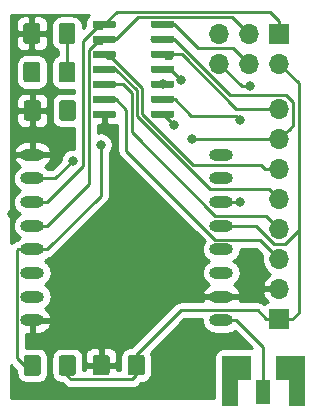
<source format=gbr>
G04 #@! TF.GenerationSoftware,KiCad,Pcbnew,5.1.5*
G04 #@! TF.CreationDate,2020-01-26T11:39:47+01:00*
G04 #@! TF.ProjectId,LORA_ATTINY84,4c4f5241-5f41-4545-9449-4e5938342e6b,rev?*
G04 #@! TF.SameCoordinates,Original*
G04 #@! TF.FileFunction,Copper,L1,Top*
G04 #@! TF.FilePolarity,Positive*
%FSLAX46Y46*%
G04 Gerber Fmt 4.6, Leading zero omitted, Abs format (unit mm)*
G04 Created by KiCad (PCBNEW 5.1.5) date 2020-01-26 11:39:47*
%MOMM*%
%LPD*%
G04 APERTURE LIST*
%ADD10R,1.200000X2.100000*%
%ADD11C,0.100000*%
%ADD12O,1.700000X1.700000*%
%ADD13R,1.700000X1.700000*%
%ADD14O,2.000000X1.000000*%
%ADD15C,0.800000*%
%ADD16C,0.250000*%
%ADD17C,0.254000*%
G04 APERTURE END LIST*
D10*
X88087200Y-78384400D03*
G04 #@! TA.AperFunction,SMDPad,CuDef*
D11*
G36*
X91586600Y-79493600D02*
G01*
X90236600Y-79493600D01*
X90236600Y-77293600D01*
X89136600Y-77293600D01*
X89136600Y-75293600D01*
X91586600Y-75293600D01*
X91586600Y-79493600D01*
G37*
G04 #@! TD.AperFunction*
G04 #@! TA.AperFunction,SMDPad,CuDef*
G36*
X87034920Y-77293600D02*
G01*
X85934920Y-77293600D01*
X85934920Y-79493600D01*
X84584920Y-79493600D01*
X84584920Y-75293600D01*
X87034920Y-75293600D01*
X87034920Y-77293600D01*
G37*
G04 #@! TD.AperFunction*
G04 #@! TA.AperFunction,SMDPad,CuDef*
G36*
X71991204Y-75224604D02*
G01*
X72015473Y-75228204D01*
X72039271Y-75234165D01*
X72062371Y-75242430D01*
X72084549Y-75252920D01*
X72105593Y-75265533D01*
X72125298Y-75280147D01*
X72143477Y-75296623D01*
X72159953Y-75314802D01*
X72174567Y-75334507D01*
X72187180Y-75355551D01*
X72197670Y-75377729D01*
X72205935Y-75400829D01*
X72211896Y-75424627D01*
X72215496Y-75448896D01*
X72216700Y-75473400D01*
X72216700Y-76723400D01*
X72215496Y-76747904D01*
X72211896Y-76772173D01*
X72205935Y-76795971D01*
X72197670Y-76819071D01*
X72187180Y-76841249D01*
X72174567Y-76862293D01*
X72159953Y-76881998D01*
X72143477Y-76900177D01*
X72125298Y-76916653D01*
X72105593Y-76931267D01*
X72084549Y-76943880D01*
X72062371Y-76954370D01*
X72039271Y-76962635D01*
X72015473Y-76968596D01*
X71991204Y-76972196D01*
X71966700Y-76973400D01*
X71041700Y-76973400D01*
X71017196Y-76972196D01*
X70992927Y-76968596D01*
X70969129Y-76962635D01*
X70946029Y-76954370D01*
X70923851Y-76943880D01*
X70902807Y-76931267D01*
X70883102Y-76916653D01*
X70864923Y-76900177D01*
X70848447Y-76881998D01*
X70833833Y-76862293D01*
X70821220Y-76841249D01*
X70810730Y-76819071D01*
X70802465Y-76795971D01*
X70796504Y-76772173D01*
X70792904Y-76747904D01*
X70791700Y-76723400D01*
X70791700Y-75473400D01*
X70792904Y-75448896D01*
X70796504Y-75424627D01*
X70802465Y-75400829D01*
X70810730Y-75377729D01*
X70821220Y-75355551D01*
X70833833Y-75334507D01*
X70848447Y-75314802D01*
X70864923Y-75296623D01*
X70883102Y-75280147D01*
X70902807Y-75265533D01*
X70923851Y-75252920D01*
X70946029Y-75242430D01*
X70969129Y-75234165D01*
X70992927Y-75228204D01*
X71017196Y-75224604D01*
X71041700Y-75223400D01*
X71966700Y-75223400D01*
X71991204Y-75224604D01*
G37*
G04 #@! TD.AperFunction*
G04 #@! TA.AperFunction,SMDPad,CuDef*
G36*
X69016204Y-75224604D02*
G01*
X69040473Y-75228204D01*
X69064271Y-75234165D01*
X69087371Y-75242430D01*
X69109549Y-75252920D01*
X69130593Y-75265533D01*
X69150298Y-75280147D01*
X69168477Y-75296623D01*
X69184953Y-75314802D01*
X69199567Y-75334507D01*
X69212180Y-75355551D01*
X69222670Y-75377729D01*
X69230935Y-75400829D01*
X69236896Y-75424627D01*
X69240496Y-75448896D01*
X69241700Y-75473400D01*
X69241700Y-76723400D01*
X69240496Y-76747904D01*
X69236896Y-76772173D01*
X69230935Y-76795971D01*
X69222670Y-76819071D01*
X69212180Y-76841249D01*
X69199567Y-76862293D01*
X69184953Y-76881998D01*
X69168477Y-76900177D01*
X69150298Y-76916653D01*
X69130593Y-76931267D01*
X69109549Y-76943880D01*
X69087371Y-76954370D01*
X69064271Y-76962635D01*
X69040473Y-76968596D01*
X69016204Y-76972196D01*
X68991700Y-76973400D01*
X68066700Y-76973400D01*
X68042196Y-76972196D01*
X68017927Y-76968596D01*
X67994129Y-76962635D01*
X67971029Y-76954370D01*
X67948851Y-76943880D01*
X67927807Y-76931267D01*
X67908102Y-76916653D01*
X67889923Y-76900177D01*
X67873447Y-76881998D01*
X67858833Y-76862293D01*
X67846220Y-76841249D01*
X67835730Y-76819071D01*
X67827465Y-76795971D01*
X67821504Y-76772173D01*
X67817904Y-76747904D01*
X67816700Y-76723400D01*
X67816700Y-75473400D01*
X67817904Y-75448896D01*
X67821504Y-75424627D01*
X67827465Y-75400829D01*
X67835730Y-75377729D01*
X67846220Y-75355551D01*
X67858833Y-75334507D01*
X67873447Y-75314802D01*
X67889923Y-75296623D01*
X67908102Y-75280147D01*
X67927807Y-75265533D01*
X67948851Y-75252920D01*
X67971029Y-75242430D01*
X67994129Y-75234165D01*
X68017927Y-75228204D01*
X68042196Y-75224604D01*
X68066700Y-75223400D01*
X68991700Y-75223400D01*
X69016204Y-75224604D01*
G37*
G04 #@! TD.AperFunction*
G04 #@! TA.AperFunction,SMDPad,CuDef*
G36*
X74843904Y-75199204D02*
G01*
X74868173Y-75202804D01*
X74891971Y-75208765D01*
X74915071Y-75217030D01*
X74937249Y-75227520D01*
X74958293Y-75240133D01*
X74977998Y-75254747D01*
X74996177Y-75271223D01*
X75012653Y-75289402D01*
X75027267Y-75309107D01*
X75039880Y-75330151D01*
X75050370Y-75352329D01*
X75058635Y-75375429D01*
X75064596Y-75399227D01*
X75068196Y-75423496D01*
X75069400Y-75448000D01*
X75069400Y-76698000D01*
X75068196Y-76722504D01*
X75064596Y-76746773D01*
X75058635Y-76770571D01*
X75050370Y-76793671D01*
X75039880Y-76815849D01*
X75027267Y-76836893D01*
X75012653Y-76856598D01*
X74996177Y-76874777D01*
X74977998Y-76891253D01*
X74958293Y-76905867D01*
X74937249Y-76918480D01*
X74915071Y-76928970D01*
X74891971Y-76937235D01*
X74868173Y-76943196D01*
X74843904Y-76946796D01*
X74819400Y-76948000D01*
X73894400Y-76948000D01*
X73869896Y-76946796D01*
X73845627Y-76943196D01*
X73821829Y-76937235D01*
X73798729Y-76928970D01*
X73776551Y-76918480D01*
X73755507Y-76905867D01*
X73735802Y-76891253D01*
X73717623Y-76874777D01*
X73701147Y-76856598D01*
X73686533Y-76836893D01*
X73673920Y-76815849D01*
X73663430Y-76793671D01*
X73655165Y-76770571D01*
X73649204Y-76746773D01*
X73645604Y-76722504D01*
X73644400Y-76698000D01*
X73644400Y-75448000D01*
X73645604Y-75423496D01*
X73649204Y-75399227D01*
X73655165Y-75375429D01*
X73663430Y-75352329D01*
X73673920Y-75330151D01*
X73686533Y-75309107D01*
X73701147Y-75289402D01*
X73717623Y-75271223D01*
X73735802Y-75254747D01*
X73755507Y-75240133D01*
X73776551Y-75227520D01*
X73798729Y-75217030D01*
X73821829Y-75208765D01*
X73845627Y-75202804D01*
X73869896Y-75199204D01*
X73894400Y-75198000D01*
X74819400Y-75198000D01*
X74843904Y-75199204D01*
G37*
G04 #@! TD.AperFunction*
G04 #@! TA.AperFunction,SMDPad,CuDef*
G36*
X77818904Y-75199204D02*
G01*
X77843173Y-75202804D01*
X77866971Y-75208765D01*
X77890071Y-75217030D01*
X77912249Y-75227520D01*
X77933293Y-75240133D01*
X77952998Y-75254747D01*
X77971177Y-75271223D01*
X77987653Y-75289402D01*
X78002267Y-75309107D01*
X78014880Y-75330151D01*
X78025370Y-75352329D01*
X78033635Y-75375429D01*
X78039596Y-75399227D01*
X78043196Y-75423496D01*
X78044400Y-75448000D01*
X78044400Y-76698000D01*
X78043196Y-76722504D01*
X78039596Y-76746773D01*
X78033635Y-76770571D01*
X78025370Y-76793671D01*
X78014880Y-76815849D01*
X78002267Y-76836893D01*
X77987653Y-76856598D01*
X77971177Y-76874777D01*
X77952998Y-76891253D01*
X77933293Y-76905867D01*
X77912249Y-76918480D01*
X77890071Y-76928970D01*
X77866971Y-76937235D01*
X77843173Y-76943196D01*
X77818904Y-76946796D01*
X77794400Y-76948000D01*
X76869400Y-76948000D01*
X76844896Y-76946796D01*
X76820627Y-76943196D01*
X76796829Y-76937235D01*
X76773729Y-76928970D01*
X76751551Y-76918480D01*
X76730507Y-76905867D01*
X76710802Y-76891253D01*
X76692623Y-76874777D01*
X76676147Y-76856598D01*
X76661533Y-76836893D01*
X76648920Y-76815849D01*
X76638430Y-76793671D01*
X76630165Y-76770571D01*
X76624204Y-76746773D01*
X76620604Y-76722504D01*
X76619400Y-76698000D01*
X76619400Y-75448000D01*
X76620604Y-75423496D01*
X76624204Y-75399227D01*
X76630165Y-75375429D01*
X76638430Y-75352329D01*
X76648920Y-75330151D01*
X76661533Y-75309107D01*
X76676147Y-75289402D01*
X76692623Y-75271223D01*
X76710802Y-75254747D01*
X76730507Y-75240133D01*
X76751551Y-75227520D01*
X76773729Y-75217030D01*
X76796829Y-75208765D01*
X76820627Y-75202804D01*
X76844896Y-75199204D01*
X76869400Y-75198000D01*
X77794400Y-75198000D01*
X77818904Y-75199204D01*
G37*
G04 #@! TD.AperFunction*
G04 #@! TA.AperFunction,SMDPad,CuDef*
G36*
X69027304Y-53634604D02*
G01*
X69051573Y-53638204D01*
X69075371Y-53644165D01*
X69098471Y-53652430D01*
X69120649Y-53662920D01*
X69141693Y-53675533D01*
X69161398Y-53690147D01*
X69179577Y-53706623D01*
X69196053Y-53724802D01*
X69210667Y-53744507D01*
X69223280Y-53765551D01*
X69233770Y-53787729D01*
X69242035Y-53810829D01*
X69247996Y-53834627D01*
X69251596Y-53858896D01*
X69252800Y-53883400D01*
X69252800Y-55133400D01*
X69251596Y-55157904D01*
X69247996Y-55182173D01*
X69242035Y-55205971D01*
X69233770Y-55229071D01*
X69223280Y-55251249D01*
X69210667Y-55272293D01*
X69196053Y-55291998D01*
X69179577Y-55310177D01*
X69161398Y-55326653D01*
X69141693Y-55341267D01*
X69120649Y-55353880D01*
X69098471Y-55364370D01*
X69075371Y-55372635D01*
X69051573Y-55378596D01*
X69027304Y-55382196D01*
X69002800Y-55383400D01*
X68077800Y-55383400D01*
X68053296Y-55382196D01*
X68029027Y-55378596D01*
X68005229Y-55372635D01*
X67982129Y-55364370D01*
X67959951Y-55353880D01*
X67938907Y-55341267D01*
X67919202Y-55326653D01*
X67901023Y-55310177D01*
X67884547Y-55291998D01*
X67869933Y-55272293D01*
X67857320Y-55251249D01*
X67846830Y-55229071D01*
X67838565Y-55205971D01*
X67832604Y-55182173D01*
X67829004Y-55157904D01*
X67827800Y-55133400D01*
X67827800Y-53883400D01*
X67829004Y-53858896D01*
X67832604Y-53834627D01*
X67838565Y-53810829D01*
X67846830Y-53787729D01*
X67857320Y-53765551D01*
X67869933Y-53744507D01*
X67884547Y-53724802D01*
X67901023Y-53706623D01*
X67919202Y-53690147D01*
X67938907Y-53675533D01*
X67959951Y-53662920D01*
X67982129Y-53652430D01*
X68005229Y-53644165D01*
X68029027Y-53638204D01*
X68053296Y-53634604D01*
X68077800Y-53633400D01*
X69002800Y-53633400D01*
X69027304Y-53634604D01*
G37*
G04 #@! TD.AperFunction*
G04 #@! TA.AperFunction,SMDPad,CuDef*
G36*
X72002304Y-53634604D02*
G01*
X72026573Y-53638204D01*
X72050371Y-53644165D01*
X72073471Y-53652430D01*
X72095649Y-53662920D01*
X72116693Y-53675533D01*
X72136398Y-53690147D01*
X72154577Y-53706623D01*
X72171053Y-53724802D01*
X72185667Y-53744507D01*
X72198280Y-53765551D01*
X72208770Y-53787729D01*
X72217035Y-53810829D01*
X72222996Y-53834627D01*
X72226596Y-53858896D01*
X72227800Y-53883400D01*
X72227800Y-55133400D01*
X72226596Y-55157904D01*
X72222996Y-55182173D01*
X72217035Y-55205971D01*
X72208770Y-55229071D01*
X72198280Y-55251249D01*
X72185667Y-55272293D01*
X72171053Y-55291998D01*
X72154577Y-55310177D01*
X72136398Y-55326653D01*
X72116693Y-55341267D01*
X72095649Y-55353880D01*
X72073471Y-55364370D01*
X72050371Y-55372635D01*
X72026573Y-55378596D01*
X72002304Y-55382196D01*
X71977800Y-55383400D01*
X71052800Y-55383400D01*
X71028296Y-55382196D01*
X71004027Y-55378596D01*
X70980229Y-55372635D01*
X70957129Y-55364370D01*
X70934951Y-55353880D01*
X70913907Y-55341267D01*
X70894202Y-55326653D01*
X70876023Y-55310177D01*
X70859547Y-55291998D01*
X70844933Y-55272293D01*
X70832320Y-55251249D01*
X70821830Y-55229071D01*
X70813565Y-55205971D01*
X70807604Y-55182173D01*
X70804004Y-55157904D01*
X70802800Y-55133400D01*
X70802800Y-53883400D01*
X70804004Y-53858896D01*
X70807604Y-53834627D01*
X70813565Y-53810829D01*
X70821830Y-53787729D01*
X70832320Y-53765551D01*
X70844933Y-53744507D01*
X70859547Y-53724802D01*
X70876023Y-53706623D01*
X70894202Y-53690147D01*
X70913907Y-53675533D01*
X70934951Y-53662920D01*
X70957129Y-53652430D01*
X70980229Y-53644165D01*
X71004027Y-53638204D01*
X71028296Y-53634604D01*
X71052800Y-53633400D01*
X71977800Y-53633400D01*
X72002304Y-53634604D01*
G37*
G04 #@! TD.AperFunction*
D12*
X84378800Y-50596800D03*
X84378800Y-48056800D03*
X86918800Y-50596800D03*
X86918800Y-48056800D03*
X89458800Y-50596800D03*
D13*
X89458800Y-48056800D03*
D12*
X89458800Y-54381400D03*
X89458800Y-56921400D03*
X89458800Y-59461400D03*
X89458800Y-62001400D03*
X89458800Y-64541400D03*
X89458800Y-67081400D03*
X89458800Y-69621400D03*
D13*
X89458800Y-72161400D03*
G04 #@! TA.AperFunction,SMDPad,CuDef*
D11*
G36*
X68976504Y-50396104D02*
G01*
X69000773Y-50399704D01*
X69024571Y-50405665D01*
X69047671Y-50413930D01*
X69069849Y-50424420D01*
X69090893Y-50437033D01*
X69110598Y-50451647D01*
X69128777Y-50468123D01*
X69145253Y-50486302D01*
X69159867Y-50506007D01*
X69172480Y-50527051D01*
X69182970Y-50549229D01*
X69191235Y-50572329D01*
X69197196Y-50596127D01*
X69200796Y-50620396D01*
X69202000Y-50644900D01*
X69202000Y-51894900D01*
X69200796Y-51919404D01*
X69197196Y-51943673D01*
X69191235Y-51967471D01*
X69182970Y-51990571D01*
X69172480Y-52012749D01*
X69159867Y-52033793D01*
X69145253Y-52053498D01*
X69128777Y-52071677D01*
X69110598Y-52088153D01*
X69090893Y-52102767D01*
X69069849Y-52115380D01*
X69047671Y-52125870D01*
X69024571Y-52134135D01*
X69000773Y-52140096D01*
X68976504Y-52143696D01*
X68952000Y-52144900D01*
X68027000Y-52144900D01*
X68002496Y-52143696D01*
X67978227Y-52140096D01*
X67954429Y-52134135D01*
X67931329Y-52125870D01*
X67909151Y-52115380D01*
X67888107Y-52102767D01*
X67868402Y-52088153D01*
X67850223Y-52071677D01*
X67833747Y-52053498D01*
X67819133Y-52033793D01*
X67806520Y-52012749D01*
X67796030Y-51990571D01*
X67787765Y-51967471D01*
X67781804Y-51943673D01*
X67778204Y-51919404D01*
X67777000Y-51894900D01*
X67777000Y-50644900D01*
X67778204Y-50620396D01*
X67781804Y-50596127D01*
X67787765Y-50572329D01*
X67796030Y-50549229D01*
X67806520Y-50527051D01*
X67819133Y-50506007D01*
X67833747Y-50486302D01*
X67850223Y-50468123D01*
X67868402Y-50451647D01*
X67888107Y-50437033D01*
X67909151Y-50424420D01*
X67931329Y-50413930D01*
X67954429Y-50405665D01*
X67978227Y-50399704D01*
X68002496Y-50396104D01*
X68027000Y-50394900D01*
X68952000Y-50394900D01*
X68976504Y-50396104D01*
G37*
G04 #@! TD.AperFunction*
G04 #@! TA.AperFunction,SMDPad,CuDef*
G36*
X71951504Y-50396104D02*
G01*
X71975773Y-50399704D01*
X71999571Y-50405665D01*
X72022671Y-50413930D01*
X72044849Y-50424420D01*
X72065893Y-50437033D01*
X72085598Y-50451647D01*
X72103777Y-50468123D01*
X72120253Y-50486302D01*
X72134867Y-50506007D01*
X72147480Y-50527051D01*
X72157970Y-50549229D01*
X72166235Y-50572329D01*
X72172196Y-50596127D01*
X72175796Y-50620396D01*
X72177000Y-50644900D01*
X72177000Y-51894900D01*
X72175796Y-51919404D01*
X72172196Y-51943673D01*
X72166235Y-51967471D01*
X72157970Y-51990571D01*
X72147480Y-52012749D01*
X72134867Y-52033793D01*
X72120253Y-52053498D01*
X72103777Y-52071677D01*
X72085598Y-52088153D01*
X72065893Y-52102767D01*
X72044849Y-52115380D01*
X72022671Y-52125870D01*
X71999571Y-52134135D01*
X71975773Y-52140096D01*
X71951504Y-52143696D01*
X71927000Y-52144900D01*
X71002000Y-52144900D01*
X70977496Y-52143696D01*
X70953227Y-52140096D01*
X70929429Y-52134135D01*
X70906329Y-52125870D01*
X70884151Y-52115380D01*
X70863107Y-52102767D01*
X70843402Y-52088153D01*
X70825223Y-52071677D01*
X70808747Y-52053498D01*
X70794133Y-52033793D01*
X70781520Y-52012749D01*
X70771030Y-51990571D01*
X70762765Y-51967471D01*
X70756804Y-51943673D01*
X70753204Y-51919404D01*
X70752000Y-51894900D01*
X70752000Y-50644900D01*
X70753204Y-50620396D01*
X70756804Y-50596127D01*
X70762765Y-50572329D01*
X70771030Y-50549229D01*
X70781520Y-50527051D01*
X70794133Y-50506007D01*
X70808747Y-50486302D01*
X70825223Y-50468123D01*
X70843402Y-50451647D01*
X70863107Y-50437033D01*
X70884151Y-50424420D01*
X70906329Y-50413930D01*
X70929429Y-50405665D01*
X70953227Y-50399704D01*
X70977496Y-50396104D01*
X71002000Y-50394900D01*
X71927000Y-50394900D01*
X71951504Y-50396104D01*
G37*
G04 #@! TD.AperFunction*
G04 #@! TA.AperFunction,SMDPad,CuDef*
G36*
X71951504Y-47106804D02*
G01*
X71975773Y-47110404D01*
X71999571Y-47116365D01*
X72022671Y-47124630D01*
X72044849Y-47135120D01*
X72065893Y-47147733D01*
X72085598Y-47162347D01*
X72103777Y-47178823D01*
X72120253Y-47197002D01*
X72134867Y-47216707D01*
X72147480Y-47237751D01*
X72157970Y-47259929D01*
X72166235Y-47283029D01*
X72172196Y-47306827D01*
X72175796Y-47331096D01*
X72177000Y-47355600D01*
X72177000Y-48605600D01*
X72175796Y-48630104D01*
X72172196Y-48654373D01*
X72166235Y-48678171D01*
X72157970Y-48701271D01*
X72147480Y-48723449D01*
X72134867Y-48744493D01*
X72120253Y-48764198D01*
X72103777Y-48782377D01*
X72085598Y-48798853D01*
X72065893Y-48813467D01*
X72044849Y-48826080D01*
X72022671Y-48836570D01*
X71999571Y-48844835D01*
X71975773Y-48850796D01*
X71951504Y-48854396D01*
X71927000Y-48855600D01*
X71002000Y-48855600D01*
X70977496Y-48854396D01*
X70953227Y-48850796D01*
X70929429Y-48844835D01*
X70906329Y-48836570D01*
X70884151Y-48826080D01*
X70863107Y-48813467D01*
X70843402Y-48798853D01*
X70825223Y-48782377D01*
X70808747Y-48764198D01*
X70794133Y-48744493D01*
X70781520Y-48723449D01*
X70771030Y-48701271D01*
X70762765Y-48678171D01*
X70756804Y-48654373D01*
X70753204Y-48630104D01*
X70752000Y-48605600D01*
X70752000Y-47355600D01*
X70753204Y-47331096D01*
X70756804Y-47306827D01*
X70762765Y-47283029D01*
X70771030Y-47259929D01*
X70781520Y-47237751D01*
X70794133Y-47216707D01*
X70808747Y-47197002D01*
X70825223Y-47178823D01*
X70843402Y-47162347D01*
X70863107Y-47147733D01*
X70884151Y-47135120D01*
X70906329Y-47124630D01*
X70929429Y-47116365D01*
X70953227Y-47110404D01*
X70977496Y-47106804D01*
X71002000Y-47105600D01*
X71927000Y-47105600D01*
X71951504Y-47106804D01*
G37*
G04 #@! TD.AperFunction*
G04 #@! TA.AperFunction,SMDPad,CuDef*
G36*
X68976504Y-47106804D02*
G01*
X69000773Y-47110404D01*
X69024571Y-47116365D01*
X69047671Y-47124630D01*
X69069849Y-47135120D01*
X69090893Y-47147733D01*
X69110598Y-47162347D01*
X69128777Y-47178823D01*
X69145253Y-47197002D01*
X69159867Y-47216707D01*
X69172480Y-47237751D01*
X69182970Y-47259929D01*
X69191235Y-47283029D01*
X69197196Y-47306827D01*
X69200796Y-47331096D01*
X69202000Y-47355600D01*
X69202000Y-48605600D01*
X69200796Y-48630104D01*
X69197196Y-48654373D01*
X69191235Y-48678171D01*
X69182970Y-48701271D01*
X69172480Y-48723449D01*
X69159867Y-48744493D01*
X69145253Y-48764198D01*
X69128777Y-48782377D01*
X69110598Y-48798853D01*
X69090893Y-48813467D01*
X69069849Y-48826080D01*
X69047671Y-48836570D01*
X69024571Y-48844835D01*
X69000773Y-48850796D01*
X68976504Y-48854396D01*
X68952000Y-48855600D01*
X68027000Y-48855600D01*
X68002496Y-48854396D01*
X67978227Y-48850796D01*
X67954429Y-48844835D01*
X67931329Y-48836570D01*
X67909151Y-48826080D01*
X67888107Y-48813467D01*
X67868402Y-48798853D01*
X67850223Y-48782377D01*
X67833747Y-48764198D01*
X67819133Y-48744493D01*
X67806520Y-48723449D01*
X67796030Y-48701271D01*
X67787765Y-48678171D01*
X67781804Y-48654373D01*
X67778204Y-48630104D01*
X67777000Y-48605600D01*
X67777000Y-47355600D01*
X67778204Y-47331096D01*
X67781804Y-47306827D01*
X67787765Y-47283029D01*
X67796030Y-47259929D01*
X67806520Y-47237751D01*
X67819133Y-47216707D01*
X67833747Y-47197002D01*
X67850223Y-47178823D01*
X67868402Y-47162347D01*
X67888107Y-47147733D01*
X67909151Y-47135120D01*
X67931329Y-47124630D01*
X67954429Y-47116365D01*
X67978227Y-47110404D01*
X68002496Y-47106804D01*
X68027000Y-47105600D01*
X68952000Y-47105600D01*
X68976504Y-47106804D01*
G37*
G04 #@! TD.AperFunction*
G04 #@! TA.AperFunction,SMDPad,CuDef*
G36*
X75453703Y-54539322D02*
G01*
X75468264Y-54541482D01*
X75482543Y-54545059D01*
X75496403Y-54550018D01*
X75509710Y-54556312D01*
X75522336Y-54563880D01*
X75534159Y-54572648D01*
X75545066Y-54582534D01*
X75554952Y-54593441D01*
X75563720Y-54605264D01*
X75571288Y-54617890D01*
X75577582Y-54631197D01*
X75582541Y-54645057D01*
X75586118Y-54659336D01*
X75588278Y-54673897D01*
X75589000Y-54688600D01*
X75589000Y-54988600D01*
X75588278Y-55003303D01*
X75586118Y-55017864D01*
X75582541Y-55032143D01*
X75577582Y-55046003D01*
X75571288Y-55059310D01*
X75563720Y-55071936D01*
X75554952Y-55083759D01*
X75545066Y-55094666D01*
X75534159Y-55104552D01*
X75522336Y-55113320D01*
X75509710Y-55120888D01*
X75496403Y-55127182D01*
X75482543Y-55132141D01*
X75468264Y-55135718D01*
X75453703Y-55137878D01*
X75439000Y-55138600D01*
X73789000Y-55138600D01*
X73774297Y-55137878D01*
X73759736Y-55135718D01*
X73745457Y-55132141D01*
X73731597Y-55127182D01*
X73718290Y-55120888D01*
X73705664Y-55113320D01*
X73693841Y-55104552D01*
X73682934Y-55094666D01*
X73673048Y-55083759D01*
X73664280Y-55071936D01*
X73656712Y-55059310D01*
X73650418Y-55046003D01*
X73645459Y-55032143D01*
X73641882Y-55017864D01*
X73639722Y-55003303D01*
X73639000Y-54988600D01*
X73639000Y-54688600D01*
X73639722Y-54673897D01*
X73641882Y-54659336D01*
X73645459Y-54645057D01*
X73650418Y-54631197D01*
X73656712Y-54617890D01*
X73664280Y-54605264D01*
X73673048Y-54593441D01*
X73682934Y-54582534D01*
X73693841Y-54572648D01*
X73705664Y-54563880D01*
X73718290Y-54556312D01*
X73731597Y-54550018D01*
X73745457Y-54545059D01*
X73759736Y-54541482D01*
X73774297Y-54539322D01*
X73789000Y-54538600D01*
X75439000Y-54538600D01*
X75453703Y-54539322D01*
G37*
G04 #@! TD.AperFunction*
G04 #@! TA.AperFunction,SMDPad,CuDef*
G36*
X75453703Y-53269322D02*
G01*
X75468264Y-53271482D01*
X75482543Y-53275059D01*
X75496403Y-53280018D01*
X75509710Y-53286312D01*
X75522336Y-53293880D01*
X75534159Y-53302648D01*
X75545066Y-53312534D01*
X75554952Y-53323441D01*
X75563720Y-53335264D01*
X75571288Y-53347890D01*
X75577582Y-53361197D01*
X75582541Y-53375057D01*
X75586118Y-53389336D01*
X75588278Y-53403897D01*
X75589000Y-53418600D01*
X75589000Y-53718600D01*
X75588278Y-53733303D01*
X75586118Y-53747864D01*
X75582541Y-53762143D01*
X75577582Y-53776003D01*
X75571288Y-53789310D01*
X75563720Y-53801936D01*
X75554952Y-53813759D01*
X75545066Y-53824666D01*
X75534159Y-53834552D01*
X75522336Y-53843320D01*
X75509710Y-53850888D01*
X75496403Y-53857182D01*
X75482543Y-53862141D01*
X75468264Y-53865718D01*
X75453703Y-53867878D01*
X75439000Y-53868600D01*
X73789000Y-53868600D01*
X73774297Y-53867878D01*
X73759736Y-53865718D01*
X73745457Y-53862141D01*
X73731597Y-53857182D01*
X73718290Y-53850888D01*
X73705664Y-53843320D01*
X73693841Y-53834552D01*
X73682934Y-53824666D01*
X73673048Y-53813759D01*
X73664280Y-53801936D01*
X73656712Y-53789310D01*
X73650418Y-53776003D01*
X73645459Y-53762143D01*
X73641882Y-53747864D01*
X73639722Y-53733303D01*
X73639000Y-53718600D01*
X73639000Y-53418600D01*
X73639722Y-53403897D01*
X73641882Y-53389336D01*
X73645459Y-53375057D01*
X73650418Y-53361197D01*
X73656712Y-53347890D01*
X73664280Y-53335264D01*
X73673048Y-53323441D01*
X73682934Y-53312534D01*
X73693841Y-53302648D01*
X73705664Y-53293880D01*
X73718290Y-53286312D01*
X73731597Y-53280018D01*
X73745457Y-53275059D01*
X73759736Y-53271482D01*
X73774297Y-53269322D01*
X73789000Y-53268600D01*
X75439000Y-53268600D01*
X75453703Y-53269322D01*
G37*
G04 #@! TD.AperFunction*
G04 #@! TA.AperFunction,SMDPad,CuDef*
G36*
X75453703Y-51999322D02*
G01*
X75468264Y-52001482D01*
X75482543Y-52005059D01*
X75496403Y-52010018D01*
X75509710Y-52016312D01*
X75522336Y-52023880D01*
X75534159Y-52032648D01*
X75545066Y-52042534D01*
X75554952Y-52053441D01*
X75563720Y-52065264D01*
X75571288Y-52077890D01*
X75577582Y-52091197D01*
X75582541Y-52105057D01*
X75586118Y-52119336D01*
X75588278Y-52133897D01*
X75589000Y-52148600D01*
X75589000Y-52448600D01*
X75588278Y-52463303D01*
X75586118Y-52477864D01*
X75582541Y-52492143D01*
X75577582Y-52506003D01*
X75571288Y-52519310D01*
X75563720Y-52531936D01*
X75554952Y-52543759D01*
X75545066Y-52554666D01*
X75534159Y-52564552D01*
X75522336Y-52573320D01*
X75509710Y-52580888D01*
X75496403Y-52587182D01*
X75482543Y-52592141D01*
X75468264Y-52595718D01*
X75453703Y-52597878D01*
X75439000Y-52598600D01*
X73789000Y-52598600D01*
X73774297Y-52597878D01*
X73759736Y-52595718D01*
X73745457Y-52592141D01*
X73731597Y-52587182D01*
X73718290Y-52580888D01*
X73705664Y-52573320D01*
X73693841Y-52564552D01*
X73682934Y-52554666D01*
X73673048Y-52543759D01*
X73664280Y-52531936D01*
X73656712Y-52519310D01*
X73650418Y-52506003D01*
X73645459Y-52492143D01*
X73641882Y-52477864D01*
X73639722Y-52463303D01*
X73639000Y-52448600D01*
X73639000Y-52148600D01*
X73639722Y-52133897D01*
X73641882Y-52119336D01*
X73645459Y-52105057D01*
X73650418Y-52091197D01*
X73656712Y-52077890D01*
X73664280Y-52065264D01*
X73673048Y-52053441D01*
X73682934Y-52042534D01*
X73693841Y-52032648D01*
X73705664Y-52023880D01*
X73718290Y-52016312D01*
X73731597Y-52010018D01*
X73745457Y-52005059D01*
X73759736Y-52001482D01*
X73774297Y-51999322D01*
X73789000Y-51998600D01*
X75439000Y-51998600D01*
X75453703Y-51999322D01*
G37*
G04 #@! TD.AperFunction*
G04 #@! TA.AperFunction,SMDPad,CuDef*
G36*
X75453703Y-50729322D02*
G01*
X75468264Y-50731482D01*
X75482543Y-50735059D01*
X75496403Y-50740018D01*
X75509710Y-50746312D01*
X75522336Y-50753880D01*
X75534159Y-50762648D01*
X75545066Y-50772534D01*
X75554952Y-50783441D01*
X75563720Y-50795264D01*
X75571288Y-50807890D01*
X75577582Y-50821197D01*
X75582541Y-50835057D01*
X75586118Y-50849336D01*
X75588278Y-50863897D01*
X75589000Y-50878600D01*
X75589000Y-51178600D01*
X75588278Y-51193303D01*
X75586118Y-51207864D01*
X75582541Y-51222143D01*
X75577582Y-51236003D01*
X75571288Y-51249310D01*
X75563720Y-51261936D01*
X75554952Y-51273759D01*
X75545066Y-51284666D01*
X75534159Y-51294552D01*
X75522336Y-51303320D01*
X75509710Y-51310888D01*
X75496403Y-51317182D01*
X75482543Y-51322141D01*
X75468264Y-51325718D01*
X75453703Y-51327878D01*
X75439000Y-51328600D01*
X73789000Y-51328600D01*
X73774297Y-51327878D01*
X73759736Y-51325718D01*
X73745457Y-51322141D01*
X73731597Y-51317182D01*
X73718290Y-51310888D01*
X73705664Y-51303320D01*
X73693841Y-51294552D01*
X73682934Y-51284666D01*
X73673048Y-51273759D01*
X73664280Y-51261936D01*
X73656712Y-51249310D01*
X73650418Y-51236003D01*
X73645459Y-51222143D01*
X73641882Y-51207864D01*
X73639722Y-51193303D01*
X73639000Y-51178600D01*
X73639000Y-50878600D01*
X73639722Y-50863897D01*
X73641882Y-50849336D01*
X73645459Y-50835057D01*
X73650418Y-50821197D01*
X73656712Y-50807890D01*
X73664280Y-50795264D01*
X73673048Y-50783441D01*
X73682934Y-50772534D01*
X73693841Y-50762648D01*
X73705664Y-50753880D01*
X73718290Y-50746312D01*
X73731597Y-50740018D01*
X73745457Y-50735059D01*
X73759736Y-50731482D01*
X73774297Y-50729322D01*
X73789000Y-50728600D01*
X75439000Y-50728600D01*
X75453703Y-50729322D01*
G37*
G04 #@! TD.AperFunction*
G04 #@! TA.AperFunction,SMDPad,CuDef*
G36*
X75453703Y-49459322D02*
G01*
X75468264Y-49461482D01*
X75482543Y-49465059D01*
X75496403Y-49470018D01*
X75509710Y-49476312D01*
X75522336Y-49483880D01*
X75534159Y-49492648D01*
X75545066Y-49502534D01*
X75554952Y-49513441D01*
X75563720Y-49525264D01*
X75571288Y-49537890D01*
X75577582Y-49551197D01*
X75582541Y-49565057D01*
X75586118Y-49579336D01*
X75588278Y-49593897D01*
X75589000Y-49608600D01*
X75589000Y-49908600D01*
X75588278Y-49923303D01*
X75586118Y-49937864D01*
X75582541Y-49952143D01*
X75577582Y-49966003D01*
X75571288Y-49979310D01*
X75563720Y-49991936D01*
X75554952Y-50003759D01*
X75545066Y-50014666D01*
X75534159Y-50024552D01*
X75522336Y-50033320D01*
X75509710Y-50040888D01*
X75496403Y-50047182D01*
X75482543Y-50052141D01*
X75468264Y-50055718D01*
X75453703Y-50057878D01*
X75439000Y-50058600D01*
X73789000Y-50058600D01*
X73774297Y-50057878D01*
X73759736Y-50055718D01*
X73745457Y-50052141D01*
X73731597Y-50047182D01*
X73718290Y-50040888D01*
X73705664Y-50033320D01*
X73693841Y-50024552D01*
X73682934Y-50014666D01*
X73673048Y-50003759D01*
X73664280Y-49991936D01*
X73656712Y-49979310D01*
X73650418Y-49966003D01*
X73645459Y-49952143D01*
X73641882Y-49937864D01*
X73639722Y-49923303D01*
X73639000Y-49908600D01*
X73639000Y-49608600D01*
X73639722Y-49593897D01*
X73641882Y-49579336D01*
X73645459Y-49565057D01*
X73650418Y-49551197D01*
X73656712Y-49537890D01*
X73664280Y-49525264D01*
X73673048Y-49513441D01*
X73682934Y-49502534D01*
X73693841Y-49492648D01*
X73705664Y-49483880D01*
X73718290Y-49476312D01*
X73731597Y-49470018D01*
X73745457Y-49465059D01*
X73759736Y-49461482D01*
X73774297Y-49459322D01*
X73789000Y-49458600D01*
X75439000Y-49458600D01*
X75453703Y-49459322D01*
G37*
G04 #@! TD.AperFunction*
G04 #@! TA.AperFunction,SMDPad,CuDef*
G36*
X75453703Y-48189322D02*
G01*
X75468264Y-48191482D01*
X75482543Y-48195059D01*
X75496403Y-48200018D01*
X75509710Y-48206312D01*
X75522336Y-48213880D01*
X75534159Y-48222648D01*
X75545066Y-48232534D01*
X75554952Y-48243441D01*
X75563720Y-48255264D01*
X75571288Y-48267890D01*
X75577582Y-48281197D01*
X75582541Y-48295057D01*
X75586118Y-48309336D01*
X75588278Y-48323897D01*
X75589000Y-48338600D01*
X75589000Y-48638600D01*
X75588278Y-48653303D01*
X75586118Y-48667864D01*
X75582541Y-48682143D01*
X75577582Y-48696003D01*
X75571288Y-48709310D01*
X75563720Y-48721936D01*
X75554952Y-48733759D01*
X75545066Y-48744666D01*
X75534159Y-48754552D01*
X75522336Y-48763320D01*
X75509710Y-48770888D01*
X75496403Y-48777182D01*
X75482543Y-48782141D01*
X75468264Y-48785718D01*
X75453703Y-48787878D01*
X75439000Y-48788600D01*
X73789000Y-48788600D01*
X73774297Y-48787878D01*
X73759736Y-48785718D01*
X73745457Y-48782141D01*
X73731597Y-48777182D01*
X73718290Y-48770888D01*
X73705664Y-48763320D01*
X73693841Y-48754552D01*
X73682934Y-48744666D01*
X73673048Y-48733759D01*
X73664280Y-48721936D01*
X73656712Y-48709310D01*
X73650418Y-48696003D01*
X73645459Y-48682143D01*
X73641882Y-48667864D01*
X73639722Y-48653303D01*
X73639000Y-48638600D01*
X73639000Y-48338600D01*
X73639722Y-48323897D01*
X73641882Y-48309336D01*
X73645459Y-48295057D01*
X73650418Y-48281197D01*
X73656712Y-48267890D01*
X73664280Y-48255264D01*
X73673048Y-48243441D01*
X73682934Y-48232534D01*
X73693841Y-48222648D01*
X73705664Y-48213880D01*
X73718290Y-48206312D01*
X73731597Y-48200018D01*
X73745457Y-48195059D01*
X73759736Y-48191482D01*
X73774297Y-48189322D01*
X73789000Y-48188600D01*
X75439000Y-48188600D01*
X75453703Y-48189322D01*
G37*
G04 #@! TD.AperFunction*
G04 #@! TA.AperFunction,SMDPad,CuDef*
G36*
X75453703Y-46919322D02*
G01*
X75468264Y-46921482D01*
X75482543Y-46925059D01*
X75496403Y-46930018D01*
X75509710Y-46936312D01*
X75522336Y-46943880D01*
X75534159Y-46952648D01*
X75545066Y-46962534D01*
X75554952Y-46973441D01*
X75563720Y-46985264D01*
X75571288Y-46997890D01*
X75577582Y-47011197D01*
X75582541Y-47025057D01*
X75586118Y-47039336D01*
X75588278Y-47053897D01*
X75589000Y-47068600D01*
X75589000Y-47368600D01*
X75588278Y-47383303D01*
X75586118Y-47397864D01*
X75582541Y-47412143D01*
X75577582Y-47426003D01*
X75571288Y-47439310D01*
X75563720Y-47451936D01*
X75554952Y-47463759D01*
X75545066Y-47474666D01*
X75534159Y-47484552D01*
X75522336Y-47493320D01*
X75509710Y-47500888D01*
X75496403Y-47507182D01*
X75482543Y-47512141D01*
X75468264Y-47515718D01*
X75453703Y-47517878D01*
X75439000Y-47518600D01*
X73789000Y-47518600D01*
X73774297Y-47517878D01*
X73759736Y-47515718D01*
X73745457Y-47512141D01*
X73731597Y-47507182D01*
X73718290Y-47500888D01*
X73705664Y-47493320D01*
X73693841Y-47484552D01*
X73682934Y-47474666D01*
X73673048Y-47463759D01*
X73664280Y-47451936D01*
X73656712Y-47439310D01*
X73650418Y-47426003D01*
X73645459Y-47412143D01*
X73641882Y-47397864D01*
X73639722Y-47383303D01*
X73639000Y-47368600D01*
X73639000Y-47068600D01*
X73639722Y-47053897D01*
X73641882Y-47039336D01*
X73645459Y-47025057D01*
X73650418Y-47011197D01*
X73656712Y-46997890D01*
X73664280Y-46985264D01*
X73673048Y-46973441D01*
X73682934Y-46962534D01*
X73693841Y-46952648D01*
X73705664Y-46943880D01*
X73718290Y-46936312D01*
X73731597Y-46930018D01*
X73745457Y-46925059D01*
X73759736Y-46921482D01*
X73774297Y-46919322D01*
X73789000Y-46918600D01*
X75439000Y-46918600D01*
X75453703Y-46919322D01*
G37*
G04 #@! TD.AperFunction*
G04 #@! TA.AperFunction,SMDPad,CuDef*
G36*
X80403703Y-46919322D02*
G01*
X80418264Y-46921482D01*
X80432543Y-46925059D01*
X80446403Y-46930018D01*
X80459710Y-46936312D01*
X80472336Y-46943880D01*
X80484159Y-46952648D01*
X80495066Y-46962534D01*
X80504952Y-46973441D01*
X80513720Y-46985264D01*
X80521288Y-46997890D01*
X80527582Y-47011197D01*
X80532541Y-47025057D01*
X80536118Y-47039336D01*
X80538278Y-47053897D01*
X80539000Y-47068600D01*
X80539000Y-47368600D01*
X80538278Y-47383303D01*
X80536118Y-47397864D01*
X80532541Y-47412143D01*
X80527582Y-47426003D01*
X80521288Y-47439310D01*
X80513720Y-47451936D01*
X80504952Y-47463759D01*
X80495066Y-47474666D01*
X80484159Y-47484552D01*
X80472336Y-47493320D01*
X80459710Y-47500888D01*
X80446403Y-47507182D01*
X80432543Y-47512141D01*
X80418264Y-47515718D01*
X80403703Y-47517878D01*
X80389000Y-47518600D01*
X78739000Y-47518600D01*
X78724297Y-47517878D01*
X78709736Y-47515718D01*
X78695457Y-47512141D01*
X78681597Y-47507182D01*
X78668290Y-47500888D01*
X78655664Y-47493320D01*
X78643841Y-47484552D01*
X78632934Y-47474666D01*
X78623048Y-47463759D01*
X78614280Y-47451936D01*
X78606712Y-47439310D01*
X78600418Y-47426003D01*
X78595459Y-47412143D01*
X78591882Y-47397864D01*
X78589722Y-47383303D01*
X78589000Y-47368600D01*
X78589000Y-47068600D01*
X78589722Y-47053897D01*
X78591882Y-47039336D01*
X78595459Y-47025057D01*
X78600418Y-47011197D01*
X78606712Y-46997890D01*
X78614280Y-46985264D01*
X78623048Y-46973441D01*
X78632934Y-46962534D01*
X78643841Y-46952648D01*
X78655664Y-46943880D01*
X78668290Y-46936312D01*
X78681597Y-46930018D01*
X78695457Y-46925059D01*
X78709736Y-46921482D01*
X78724297Y-46919322D01*
X78739000Y-46918600D01*
X80389000Y-46918600D01*
X80403703Y-46919322D01*
G37*
G04 #@! TD.AperFunction*
G04 #@! TA.AperFunction,SMDPad,CuDef*
G36*
X80403703Y-48189322D02*
G01*
X80418264Y-48191482D01*
X80432543Y-48195059D01*
X80446403Y-48200018D01*
X80459710Y-48206312D01*
X80472336Y-48213880D01*
X80484159Y-48222648D01*
X80495066Y-48232534D01*
X80504952Y-48243441D01*
X80513720Y-48255264D01*
X80521288Y-48267890D01*
X80527582Y-48281197D01*
X80532541Y-48295057D01*
X80536118Y-48309336D01*
X80538278Y-48323897D01*
X80539000Y-48338600D01*
X80539000Y-48638600D01*
X80538278Y-48653303D01*
X80536118Y-48667864D01*
X80532541Y-48682143D01*
X80527582Y-48696003D01*
X80521288Y-48709310D01*
X80513720Y-48721936D01*
X80504952Y-48733759D01*
X80495066Y-48744666D01*
X80484159Y-48754552D01*
X80472336Y-48763320D01*
X80459710Y-48770888D01*
X80446403Y-48777182D01*
X80432543Y-48782141D01*
X80418264Y-48785718D01*
X80403703Y-48787878D01*
X80389000Y-48788600D01*
X78739000Y-48788600D01*
X78724297Y-48787878D01*
X78709736Y-48785718D01*
X78695457Y-48782141D01*
X78681597Y-48777182D01*
X78668290Y-48770888D01*
X78655664Y-48763320D01*
X78643841Y-48754552D01*
X78632934Y-48744666D01*
X78623048Y-48733759D01*
X78614280Y-48721936D01*
X78606712Y-48709310D01*
X78600418Y-48696003D01*
X78595459Y-48682143D01*
X78591882Y-48667864D01*
X78589722Y-48653303D01*
X78589000Y-48638600D01*
X78589000Y-48338600D01*
X78589722Y-48323897D01*
X78591882Y-48309336D01*
X78595459Y-48295057D01*
X78600418Y-48281197D01*
X78606712Y-48267890D01*
X78614280Y-48255264D01*
X78623048Y-48243441D01*
X78632934Y-48232534D01*
X78643841Y-48222648D01*
X78655664Y-48213880D01*
X78668290Y-48206312D01*
X78681597Y-48200018D01*
X78695457Y-48195059D01*
X78709736Y-48191482D01*
X78724297Y-48189322D01*
X78739000Y-48188600D01*
X80389000Y-48188600D01*
X80403703Y-48189322D01*
G37*
G04 #@! TD.AperFunction*
G04 #@! TA.AperFunction,SMDPad,CuDef*
G36*
X80403703Y-49459322D02*
G01*
X80418264Y-49461482D01*
X80432543Y-49465059D01*
X80446403Y-49470018D01*
X80459710Y-49476312D01*
X80472336Y-49483880D01*
X80484159Y-49492648D01*
X80495066Y-49502534D01*
X80504952Y-49513441D01*
X80513720Y-49525264D01*
X80521288Y-49537890D01*
X80527582Y-49551197D01*
X80532541Y-49565057D01*
X80536118Y-49579336D01*
X80538278Y-49593897D01*
X80539000Y-49608600D01*
X80539000Y-49908600D01*
X80538278Y-49923303D01*
X80536118Y-49937864D01*
X80532541Y-49952143D01*
X80527582Y-49966003D01*
X80521288Y-49979310D01*
X80513720Y-49991936D01*
X80504952Y-50003759D01*
X80495066Y-50014666D01*
X80484159Y-50024552D01*
X80472336Y-50033320D01*
X80459710Y-50040888D01*
X80446403Y-50047182D01*
X80432543Y-50052141D01*
X80418264Y-50055718D01*
X80403703Y-50057878D01*
X80389000Y-50058600D01*
X78739000Y-50058600D01*
X78724297Y-50057878D01*
X78709736Y-50055718D01*
X78695457Y-50052141D01*
X78681597Y-50047182D01*
X78668290Y-50040888D01*
X78655664Y-50033320D01*
X78643841Y-50024552D01*
X78632934Y-50014666D01*
X78623048Y-50003759D01*
X78614280Y-49991936D01*
X78606712Y-49979310D01*
X78600418Y-49966003D01*
X78595459Y-49952143D01*
X78591882Y-49937864D01*
X78589722Y-49923303D01*
X78589000Y-49908600D01*
X78589000Y-49608600D01*
X78589722Y-49593897D01*
X78591882Y-49579336D01*
X78595459Y-49565057D01*
X78600418Y-49551197D01*
X78606712Y-49537890D01*
X78614280Y-49525264D01*
X78623048Y-49513441D01*
X78632934Y-49502534D01*
X78643841Y-49492648D01*
X78655664Y-49483880D01*
X78668290Y-49476312D01*
X78681597Y-49470018D01*
X78695457Y-49465059D01*
X78709736Y-49461482D01*
X78724297Y-49459322D01*
X78739000Y-49458600D01*
X80389000Y-49458600D01*
X80403703Y-49459322D01*
G37*
G04 #@! TD.AperFunction*
G04 #@! TA.AperFunction,SMDPad,CuDef*
G36*
X80403703Y-50729322D02*
G01*
X80418264Y-50731482D01*
X80432543Y-50735059D01*
X80446403Y-50740018D01*
X80459710Y-50746312D01*
X80472336Y-50753880D01*
X80484159Y-50762648D01*
X80495066Y-50772534D01*
X80504952Y-50783441D01*
X80513720Y-50795264D01*
X80521288Y-50807890D01*
X80527582Y-50821197D01*
X80532541Y-50835057D01*
X80536118Y-50849336D01*
X80538278Y-50863897D01*
X80539000Y-50878600D01*
X80539000Y-51178600D01*
X80538278Y-51193303D01*
X80536118Y-51207864D01*
X80532541Y-51222143D01*
X80527582Y-51236003D01*
X80521288Y-51249310D01*
X80513720Y-51261936D01*
X80504952Y-51273759D01*
X80495066Y-51284666D01*
X80484159Y-51294552D01*
X80472336Y-51303320D01*
X80459710Y-51310888D01*
X80446403Y-51317182D01*
X80432543Y-51322141D01*
X80418264Y-51325718D01*
X80403703Y-51327878D01*
X80389000Y-51328600D01*
X78739000Y-51328600D01*
X78724297Y-51327878D01*
X78709736Y-51325718D01*
X78695457Y-51322141D01*
X78681597Y-51317182D01*
X78668290Y-51310888D01*
X78655664Y-51303320D01*
X78643841Y-51294552D01*
X78632934Y-51284666D01*
X78623048Y-51273759D01*
X78614280Y-51261936D01*
X78606712Y-51249310D01*
X78600418Y-51236003D01*
X78595459Y-51222143D01*
X78591882Y-51207864D01*
X78589722Y-51193303D01*
X78589000Y-51178600D01*
X78589000Y-50878600D01*
X78589722Y-50863897D01*
X78591882Y-50849336D01*
X78595459Y-50835057D01*
X78600418Y-50821197D01*
X78606712Y-50807890D01*
X78614280Y-50795264D01*
X78623048Y-50783441D01*
X78632934Y-50772534D01*
X78643841Y-50762648D01*
X78655664Y-50753880D01*
X78668290Y-50746312D01*
X78681597Y-50740018D01*
X78695457Y-50735059D01*
X78709736Y-50731482D01*
X78724297Y-50729322D01*
X78739000Y-50728600D01*
X80389000Y-50728600D01*
X80403703Y-50729322D01*
G37*
G04 #@! TD.AperFunction*
G04 #@! TA.AperFunction,SMDPad,CuDef*
G36*
X80403703Y-51999322D02*
G01*
X80418264Y-52001482D01*
X80432543Y-52005059D01*
X80446403Y-52010018D01*
X80459710Y-52016312D01*
X80472336Y-52023880D01*
X80484159Y-52032648D01*
X80495066Y-52042534D01*
X80504952Y-52053441D01*
X80513720Y-52065264D01*
X80521288Y-52077890D01*
X80527582Y-52091197D01*
X80532541Y-52105057D01*
X80536118Y-52119336D01*
X80538278Y-52133897D01*
X80539000Y-52148600D01*
X80539000Y-52448600D01*
X80538278Y-52463303D01*
X80536118Y-52477864D01*
X80532541Y-52492143D01*
X80527582Y-52506003D01*
X80521288Y-52519310D01*
X80513720Y-52531936D01*
X80504952Y-52543759D01*
X80495066Y-52554666D01*
X80484159Y-52564552D01*
X80472336Y-52573320D01*
X80459710Y-52580888D01*
X80446403Y-52587182D01*
X80432543Y-52592141D01*
X80418264Y-52595718D01*
X80403703Y-52597878D01*
X80389000Y-52598600D01*
X78739000Y-52598600D01*
X78724297Y-52597878D01*
X78709736Y-52595718D01*
X78695457Y-52592141D01*
X78681597Y-52587182D01*
X78668290Y-52580888D01*
X78655664Y-52573320D01*
X78643841Y-52564552D01*
X78632934Y-52554666D01*
X78623048Y-52543759D01*
X78614280Y-52531936D01*
X78606712Y-52519310D01*
X78600418Y-52506003D01*
X78595459Y-52492143D01*
X78591882Y-52477864D01*
X78589722Y-52463303D01*
X78589000Y-52448600D01*
X78589000Y-52148600D01*
X78589722Y-52133897D01*
X78591882Y-52119336D01*
X78595459Y-52105057D01*
X78600418Y-52091197D01*
X78606712Y-52077890D01*
X78614280Y-52065264D01*
X78623048Y-52053441D01*
X78632934Y-52042534D01*
X78643841Y-52032648D01*
X78655664Y-52023880D01*
X78668290Y-52016312D01*
X78681597Y-52010018D01*
X78695457Y-52005059D01*
X78709736Y-52001482D01*
X78724297Y-51999322D01*
X78739000Y-51998600D01*
X80389000Y-51998600D01*
X80403703Y-51999322D01*
G37*
G04 #@! TD.AperFunction*
G04 #@! TA.AperFunction,SMDPad,CuDef*
G36*
X80403703Y-53269322D02*
G01*
X80418264Y-53271482D01*
X80432543Y-53275059D01*
X80446403Y-53280018D01*
X80459710Y-53286312D01*
X80472336Y-53293880D01*
X80484159Y-53302648D01*
X80495066Y-53312534D01*
X80504952Y-53323441D01*
X80513720Y-53335264D01*
X80521288Y-53347890D01*
X80527582Y-53361197D01*
X80532541Y-53375057D01*
X80536118Y-53389336D01*
X80538278Y-53403897D01*
X80539000Y-53418600D01*
X80539000Y-53718600D01*
X80538278Y-53733303D01*
X80536118Y-53747864D01*
X80532541Y-53762143D01*
X80527582Y-53776003D01*
X80521288Y-53789310D01*
X80513720Y-53801936D01*
X80504952Y-53813759D01*
X80495066Y-53824666D01*
X80484159Y-53834552D01*
X80472336Y-53843320D01*
X80459710Y-53850888D01*
X80446403Y-53857182D01*
X80432543Y-53862141D01*
X80418264Y-53865718D01*
X80403703Y-53867878D01*
X80389000Y-53868600D01*
X78739000Y-53868600D01*
X78724297Y-53867878D01*
X78709736Y-53865718D01*
X78695457Y-53862141D01*
X78681597Y-53857182D01*
X78668290Y-53850888D01*
X78655664Y-53843320D01*
X78643841Y-53834552D01*
X78632934Y-53824666D01*
X78623048Y-53813759D01*
X78614280Y-53801936D01*
X78606712Y-53789310D01*
X78600418Y-53776003D01*
X78595459Y-53762143D01*
X78591882Y-53747864D01*
X78589722Y-53733303D01*
X78589000Y-53718600D01*
X78589000Y-53418600D01*
X78589722Y-53403897D01*
X78591882Y-53389336D01*
X78595459Y-53375057D01*
X78600418Y-53361197D01*
X78606712Y-53347890D01*
X78614280Y-53335264D01*
X78623048Y-53323441D01*
X78632934Y-53312534D01*
X78643841Y-53302648D01*
X78655664Y-53293880D01*
X78668290Y-53286312D01*
X78681597Y-53280018D01*
X78695457Y-53275059D01*
X78709736Y-53271482D01*
X78724297Y-53269322D01*
X78739000Y-53268600D01*
X80389000Y-53268600D01*
X80403703Y-53269322D01*
G37*
G04 #@! TD.AperFunction*
G04 #@! TA.AperFunction,SMDPad,CuDef*
G36*
X80403703Y-54539322D02*
G01*
X80418264Y-54541482D01*
X80432543Y-54545059D01*
X80446403Y-54550018D01*
X80459710Y-54556312D01*
X80472336Y-54563880D01*
X80484159Y-54572648D01*
X80495066Y-54582534D01*
X80504952Y-54593441D01*
X80513720Y-54605264D01*
X80521288Y-54617890D01*
X80527582Y-54631197D01*
X80532541Y-54645057D01*
X80536118Y-54659336D01*
X80538278Y-54673897D01*
X80539000Y-54688600D01*
X80539000Y-54988600D01*
X80538278Y-55003303D01*
X80536118Y-55017864D01*
X80532541Y-55032143D01*
X80527582Y-55046003D01*
X80521288Y-55059310D01*
X80513720Y-55071936D01*
X80504952Y-55083759D01*
X80495066Y-55094666D01*
X80484159Y-55104552D01*
X80472336Y-55113320D01*
X80459710Y-55120888D01*
X80446403Y-55127182D01*
X80432543Y-55132141D01*
X80418264Y-55135718D01*
X80403703Y-55137878D01*
X80389000Y-55138600D01*
X78739000Y-55138600D01*
X78724297Y-55137878D01*
X78709736Y-55135718D01*
X78695457Y-55132141D01*
X78681597Y-55127182D01*
X78668290Y-55120888D01*
X78655664Y-55113320D01*
X78643841Y-55104552D01*
X78632934Y-55094666D01*
X78623048Y-55083759D01*
X78614280Y-55071936D01*
X78606712Y-55059310D01*
X78600418Y-55046003D01*
X78595459Y-55032143D01*
X78591882Y-55017864D01*
X78589722Y-55003303D01*
X78589000Y-54988600D01*
X78589000Y-54688600D01*
X78589722Y-54673897D01*
X78591882Y-54659336D01*
X78595459Y-54645057D01*
X78600418Y-54631197D01*
X78606712Y-54617890D01*
X78614280Y-54605264D01*
X78623048Y-54593441D01*
X78632934Y-54582534D01*
X78643841Y-54572648D01*
X78655664Y-54563880D01*
X78668290Y-54556312D01*
X78681597Y-54550018D01*
X78695457Y-54545059D01*
X78709736Y-54541482D01*
X78724297Y-54539322D01*
X78739000Y-54538600D01*
X80389000Y-54538600D01*
X80403703Y-54539322D01*
G37*
G04 #@! TD.AperFunction*
D14*
X84529200Y-58267600D03*
X84529200Y-60267600D03*
X84529200Y-62267600D03*
X84529200Y-64267600D03*
X84529200Y-66267600D03*
X84529200Y-68267600D03*
X84529200Y-70267600D03*
X84529200Y-72267600D03*
X68529200Y-72267600D03*
X68529200Y-70267600D03*
X68529200Y-68267600D03*
X68529200Y-66267600D03*
X68529200Y-64267600D03*
X68529200Y-62267600D03*
X68529200Y-60267600D03*
X68529200Y-58267600D03*
D15*
X91084400Y-75768200D03*
X85090000Y-75819000D03*
X86969600Y-52481399D03*
X66827400Y-63246000D03*
X80492600Y-55778400D03*
X71515300Y-54508400D03*
X82067400Y-56921400D03*
X68489500Y-51269900D03*
X71983600Y-58775600D03*
X86156800Y-62280800D03*
X86156800Y-55346600D03*
X74320400Y-57404000D03*
X79564000Y-52298600D03*
X81122811Y-51965949D03*
D16*
X84378800Y-50596800D02*
X86263399Y-52481399D01*
X86263399Y-52481399D02*
X86969600Y-52481399D01*
X66827400Y-58719400D02*
X66827400Y-63246000D01*
X68529200Y-58267600D02*
X67279200Y-58267600D01*
X67279200Y-58267600D02*
X66827400Y-58719400D01*
X85026400Y-77631800D02*
X85026400Y-77631800D01*
X85026400Y-77631800D02*
X85039200Y-77644600D01*
X79564000Y-54838600D02*
X79564000Y-54849800D01*
X79564000Y-54849800D02*
X80492600Y-55778400D01*
X84529200Y-64267600D02*
X87445998Y-64267600D01*
X87445998Y-64267600D02*
X88989798Y-65811400D01*
X89458800Y-50596800D02*
X91083811Y-52221811D01*
X91083811Y-64655391D02*
X91083811Y-52221811D01*
X89927802Y-65811400D02*
X91083811Y-64655391D01*
X88989798Y-65811400D02*
X89927802Y-65811400D01*
X90558800Y-72161400D02*
X89458800Y-72161400D01*
X91083811Y-71636389D02*
X90558800Y-72161400D01*
X91083811Y-64655391D02*
X91083811Y-71636389D01*
X77331900Y-75198000D02*
X77331900Y-76073000D01*
X88358800Y-72161400D02*
X87639990Y-71442590D01*
X81087310Y-71442590D02*
X77331900Y-75198000D01*
X87639990Y-71442590D02*
X81087310Y-71442590D01*
X89458800Y-72161400D02*
X88358800Y-72161400D01*
X77331900Y-76948000D02*
X77331900Y-76073000D01*
X77006890Y-77273010D02*
X77331900Y-76948000D01*
X71504200Y-76973400D02*
X71803810Y-77273010D01*
X71803810Y-77273010D02*
X77006890Y-77273010D01*
X71504200Y-76098400D02*
X71504200Y-76973400D01*
X79864000Y-50058600D02*
X79564000Y-49758600D01*
X80240768Y-50058600D02*
X79864000Y-50058600D01*
X88256719Y-54381400D02*
X89458800Y-54381400D01*
X85795390Y-54381400D02*
X88256719Y-54381400D01*
X81172590Y-49758600D02*
X85795390Y-54381400D01*
X79564000Y-49758600D02*
X81172590Y-49758600D01*
X78589000Y-48488600D02*
X79564000Y-48488600D01*
X90308799Y-56071401D02*
X89458800Y-56921400D01*
X90633801Y-55746399D02*
X90308799Y-56071401D01*
X90633801Y-53817399D02*
X90633801Y-55746399D01*
X90022801Y-53206399D02*
X90633801Y-53817399D01*
X80539000Y-48488600D02*
X85256799Y-53206399D01*
X85256799Y-53206399D02*
X90022801Y-53206399D01*
X79564000Y-48488600D02*
X80539000Y-48488600D01*
X89458800Y-56921400D02*
X82067400Y-56921400D01*
X88256719Y-59461400D02*
X89458800Y-59461400D01*
X77851000Y-54772368D02*
X82171242Y-59092610D01*
X87887929Y-59092610D02*
X88256719Y-59461400D01*
X82171242Y-59092610D02*
X87887929Y-59092610D01*
X75290768Y-50058600D02*
X77851000Y-52618832D01*
X77851000Y-52618832D02*
X77851000Y-54772368D01*
X74914000Y-50058600D02*
X75290768Y-50058600D01*
X74614000Y-49758600D02*
X74914000Y-50058600D01*
X75589000Y-51028600D02*
X75614400Y-51054000D01*
X74614000Y-51028600D02*
X75589000Y-51028600D01*
X88608801Y-61151401D02*
X89458800Y-62001400D01*
X83593623Y-61151401D02*
X88608801Y-61151401D01*
X77400990Y-52813790D02*
X77400991Y-54958769D01*
X77400991Y-54958769D02*
X83593623Y-61151401D01*
X75641200Y-51054000D02*
X77400990Y-52813790D01*
X75614400Y-51054000D02*
X75641200Y-51054000D01*
X84037450Y-63442590D02*
X88359990Y-63442590D01*
X76950982Y-56356122D02*
X84037450Y-63442590D01*
X76950982Y-53024182D02*
X76950982Y-56356122D01*
X76225400Y-52298600D02*
X76950982Y-53024182D01*
X74614000Y-52298600D02*
X76225400Y-52298600D01*
X89458800Y-64541400D02*
X88359990Y-63442590D01*
X88608801Y-66231401D02*
X89458800Y-67081400D01*
X87819990Y-65442590D02*
X88608801Y-66231401D01*
X84037450Y-65442590D02*
X87819990Y-65442590D01*
X76500972Y-57906112D02*
X84037450Y-65442590D01*
X76500972Y-54480572D02*
X76500972Y-57906112D01*
X75589000Y-53568600D02*
X76500972Y-54480572D01*
X74614000Y-53568600D02*
X75589000Y-53568600D01*
X73937232Y-47518600D02*
X72863980Y-48591852D01*
X74614000Y-47218600D02*
X74314000Y-47518600D01*
X74314000Y-47518600D02*
X73937232Y-47518600D01*
X69779200Y-62267600D02*
X68529200Y-62267600D01*
X72863980Y-59182820D02*
X69779200Y-62267600D01*
X72863980Y-48591852D02*
X72863980Y-59182820D01*
X74914000Y-46918600D02*
X74614000Y-47218600D01*
X89458800Y-46956800D02*
X89458800Y-48056800D01*
X88645580Y-46143580D02*
X89458800Y-46956800D01*
X75689020Y-46143580D02*
X88645580Y-46143580D01*
X74614000Y-47218600D02*
X75689020Y-46143580D01*
X69779200Y-64267600D02*
X68529200Y-64267600D01*
X74614000Y-48488600D02*
X74314000Y-48788600D01*
X74314000Y-48788600D02*
X73937232Y-48788600D01*
X73937232Y-48788600D02*
X73313990Y-49411842D01*
X73313990Y-60732810D02*
X69779200Y-64267600D01*
X73313990Y-49411842D02*
X73313990Y-60732810D01*
X74614000Y-48488600D02*
X75589000Y-48488600D01*
X86068801Y-47206801D02*
X86918800Y-48056800D01*
X85455590Y-46593590D02*
X86068801Y-47206801D01*
X77484010Y-46593590D02*
X85455590Y-46593590D01*
X75589000Y-48488600D02*
X77484010Y-46593590D01*
X82552201Y-49231801D02*
X80539000Y-47218600D01*
X80539000Y-47218600D02*
X79564000Y-47218600D01*
X85553801Y-49231801D02*
X82552201Y-49231801D01*
X86918800Y-50596800D02*
X85553801Y-49231801D01*
X68529200Y-60267600D02*
X70491600Y-60267600D01*
X70491600Y-60267600D02*
X71983600Y-58775600D01*
X84529200Y-62267600D02*
X86143600Y-62267600D01*
X86143600Y-62267600D02*
X86156800Y-62280800D01*
X80577329Y-53568600D02*
X80539000Y-53568600D01*
X80539000Y-53568600D02*
X79564000Y-53568600D01*
X81955330Y-54946601D02*
X80577329Y-53568600D01*
X85756801Y-54946601D02*
X81955330Y-54946601D01*
X86156800Y-55346600D02*
X85756801Y-54946601D01*
X68530200Y-66268600D02*
X68529200Y-66267600D01*
X74320400Y-61726400D02*
X69779200Y-66267600D01*
X69779200Y-66267600D02*
X68529200Y-66267600D01*
X74320400Y-57404000D02*
X74320400Y-61726400D01*
X67204190Y-75485890D02*
X67204190Y-66342610D01*
X67279200Y-66267600D02*
X68529200Y-66267600D01*
X67816700Y-76098400D02*
X67204190Y-75485890D01*
X67204190Y-66342610D02*
X67279200Y-66267600D01*
X68529200Y-76098400D02*
X67816700Y-76098400D01*
X79564000Y-51028600D02*
X80185462Y-51028600D01*
X80185462Y-51028600D02*
X81122811Y-51965949D01*
X71439100Y-48031400D02*
X71388300Y-47980600D01*
X71464500Y-47980600D02*
X71464500Y-51269900D01*
X84811000Y-72267600D02*
X84529200Y-72267600D01*
X88087200Y-77084400D02*
X88087200Y-78384400D01*
X88087200Y-74575600D02*
X88087200Y-77084400D01*
X85779200Y-72267600D02*
X88087200Y-74575600D01*
X84529200Y-72267600D02*
X85779200Y-72267600D01*
D17*
G36*
X74741000Y-54711600D02*
G01*
X74761000Y-54711600D01*
X74761000Y-54965600D01*
X74741000Y-54965600D01*
X74741000Y-55614850D01*
X74899750Y-55773600D01*
X75589000Y-55776672D01*
X75713482Y-55764412D01*
X75740972Y-55756073D01*
X75740973Y-57868780D01*
X75737296Y-57906112D01*
X75751970Y-58055097D01*
X75795426Y-58198358D01*
X75865998Y-58330388D01*
X75918696Y-58394600D01*
X75960972Y-58446113D01*
X75989970Y-58469911D01*
X83113874Y-65593817D01*
X83080916Y-65633977D01*
X82975524Y-65831153D01*
X82910623Y-66045101D01*
X82888709Y-66267600D01*
X82910623Y-66490099D01*
X82975524Y-66704047D01*
X83080916Y-66901223D01*
X83222751Y-67074049D01*
X83395577Y-67215884D01*
X83492332Y-67267600D01*
X83395577Y-67319316D01*
X83222751Y-67461151D01*
X83080916Y-67633977D01*
X82975524Y-67831153D01*
X82910623Y-68045101D01*
X82888709Y-68267600D01*
X82910623Y-68490099D01*
X82975524Y-68704047D01*
X83080916Y-68901223D01*
X83222751Y-69074049D01*
X83395577Y-69215884D01*
X83485727Y-69264070D01*
X83477522Y-69267597D01*
X83293031Y-69394439D01*
X83136831Y-69554836D01*
X83014924Y-69742624D01*
X82935081Y-69965726D01*
X83061246Y-70140600D01*
X84402200Y-70140600D01*
X84402200Y-70120600D01*
X84656200Y-70120600D01*
X84656200Y-70140600D01*
X85997154Y-70140600D01*
X86123319Y-69965726D01*
X86043476Y-69742624D01*
X85921569Y-69554836D01*
X85765369Y-69394439D01*
X85580878Y-69267597D01*
X85572673Y-69264070D01*
X85662823Y-69215884D01*
X85835649Y-69074049D01*
X85977484Y-68901223D01*
X86082876Y-68704047D01*
X86147777Y-68490099D01*
X86169691Y-68267600D01*
X86147777Y-68045101D01*
X86082876Y-67831153D01*
X85977484Y-67633977D01*
X85835649Y-67461151D01*
X85662823Y-67319316D01*
X85566068Y-67267600D01*
X85662823Y-67215884D01*
X85835649Y-67074049D01*
X85977484Y-66901223D01*
X86082876Y-66704047D01*
X86147777Y-66490099D01*
X86169691Y-66267600D01*
X86163288Y-66202590D01*
X87505189Y-66202590D01*
X88017590Y-66714992D01*
X87973800Y-66935140D01*
X87973800Y-67227660D01*
X88030868Y-67514558D01*
X88142810Y-67784811D01*
X88305325Y-68028032D01*
X88512168Y-68234875D01*
X88694334Y-68356595D01*
X88577445Y-68426222D01*
X88361212Y-68621131D01*
X88187159Y-68854480D01*
X88061975Y-69117301D01*
X88017324Y-69264510D01*
X88138645Y-69494400D01*
X89331800Y-69494400D01*
X89331800Y-69474400D01*
X89585800Y-69474400D01*
X89585800Y-69494400D01*
X89605800Y-69494400D01*
X89605800Y-69748400D01*
X89585800Y-69748400D01*
X89585800Y-69768400D01*
X89331800Y-69768400D01*
X89331800Y-69748400D01*
X88138645Y-69748400D01*
X88017324Y-69978290D01*
X88061975Y-70125499D01*
X88187159Y-70388320D01*
X88361212Y-70621669D01*
X88445266Y-70697434D01*
X88364620Y-70721898D01*
X88254306Y-70780863D01*
X88157615Y-70860215D01*
X88145840Y-70874562D01*
X88064266Y-70807616D01*
X87932237Y-70737044D01*
X87788976Y-70693587D01*
X87677323Y-70682590D01*
X87677312Y-70682590D01*
X87639990Y-70678914D01*
X87602668Y-70682590D01*
X86082837Y-70682590D01*
X86123319Y-70569474D01*
X85997154Y-70394600D01*
X84656200Y-70394600D01*
X84656200Y-70414600D01*
X84402200Y-70414600D01*
X84402200Y-70394600D01*
X83061246Y-70394600D01*
X82935081Y-70569474D01*
X82975563Y-70682590D01*
X81124635Y-70682590D01*
X81087310Y-70678914D01*
X81049985Y-70682590D01*
X81049977Y-70682590D01*
X80938324Y-70693587D01*
X80795063Y-70737044D01*
X80663034Y-70807616D01*
X80547309Y-70902589D01*
X80523511Y-70931587D01*
X76895171Y-74559928D01*
X76869400Y-74559928D01*
X76696146Y-74576992D01*
X76529550Y-74627528D01*
X76376014Y-74709595D01*
X76241438Y-74820038D01*
X76130995Y-74954614D01*
X76048928Y-75108150D01*
X75998392Y-75274746D01*
X75981328Y-75448000D01*
X75981328Y-76513010D01*
X75705204Y-76513010D01*
X75704400Y-76358750D01*
X75545650Y-76200000D01*
X74483900Y-76200000D01*
X74483900Y-76220000D01*
X74229900Y-76220000D01*
X74229900Y-76200000D01*
X73168150Y-76200000D01*
X73009400Y-76358750D01*
X73008596Y-76513010D01*
X72854772Y-76513010D01*
X72854772Y-75473400D01*
X72837708Y-75300146D01*
X72806723Y-75198000D01*
X73006328Y-75198000D01*
X73009400Y-75787250D01*
X73168150Y-75946000D01*
X74229900Y-75946000D01*
X74229900Y-74721750D01*
X74483900Y-74721750D01*
X74483900Y-75946000D01*
X75545650Y-75946000D01*
X75704400Y-75787250D01*
X75707472Y-75198000D01*
X75695212Y-75073518D01*
X75658902Y-74953820D01*
X75599937Y-74843506D01*
X75520585Y-74746815D01*
X75423894Y-74667463D01*
X75313580Y-74608498D01*
X75193882Y-74572188D01*
X75069400Y-74559928D01*
X74642650Y-74563000D01*
X74483900Y-74721750D01*
X74229900Y-74721750D01*
X74071150Y-74563000D01*
X73644400Y-74559928D01*
X73519918Y-74572188D01*
X73400220Y-74608498D01*
X73289906Y-74667463D01*
X73193215Y-74746815D01*
X73113863Y-74843506D01*
X73054898Y-74953820D01*
X73018588Y-75073518D01*
X73006328Y-75198000D01*
X72806723Y-75198000D01*
X72787172Y-75133550D01*
X72705105Y-74980014D01*
X72594662Y-74845438D01*
X72460086Y-74734995D01*
X72306550Y-74652928D01*
X72139954Y-74602392D01*
X71966700Y-74585328D01*
X71041700Y-74585328D01*
X70868446Y-74602392D01*
X70701850Y-74652928D01*
X70548314Y-74734995D01*
X70413738Y-74845438D01*
X70303295Y-74980014D01*
X70221228Y-75133550D01*
X70170692Y-75300146D01*
X70153628Y-75473400D01*
X70153628Y-76723400D01*
X70170692Y-76896654D01*
X70221228Y-77063250D01*
X70303295Y-77216786D01*
X70413738Y-77351362D01*
X70548314Y-77461805D01*
X70701850Y-77543872D01*
X70868446Y-77594408D01*
X71041700Y-77611472D01*
X71067471Y-77611472D01*
X71240006Y-77784007D01*
X71263809Y-77813011D01*
X71379534Y-77907984D01*
X71511563Y-77978556D01*
X71654824Y-78022013D01*
X71803810Y-78036687D01*
X71841143Y-78033010D01*
X76969568Y-78033010D01*
X77006890Y-78036686D01*
X77044212Y-78033010D01*
X77044223Y-78033010D01*
X77155876Y-78022013D01*
X77299137Y-77978556D01*
X77431166Y-77907984D01*
X77546891Y-77813011D01*
X77570694Y-77784007D01*
X77768629Y-77586072D01*
X77794400Y-77586072D01*
X77967654Y-77569008D01*
X78134250Y-77518472D01*
X78287786Y-77436405D01*
X78422362Y-77325962D01*
X78532805Y-77191386D01*
X78614872Y-77037850D01*
X78665408Y-76871254D01*
X78682472Y-76698000D01*
X78682472Y-75448000D01*
X78665408Y-75274746D01*
X78614872Y-75108150D01*
X78573658Y-75031044D01*
X81402112Y-72202590D01*
X82895112Y-72202590D01*
X82888709Y-72267600D01*
X82910623Y-72490099D01*
X82975524Y-72704047D01*
X83080916Y-72901223D01*
X83222751Y-73074049D01*
X83395577Y-73215884D01*
X83592753Y-73321276D01*
X83806701Y-73386177D01*
X83973448Y-73402600D01*
X85084952Y-73402600D01*
X85251699Y-73386177D01*
X85465647Y-73321276D01*
X85656215Y-73219416D01*
X87098598Y-74661799D01*
X87034920Y-74655528D01*
X84584920Y-74655528D01*
X84460438Y-74667788D01*
X84340740Y-74704098D01*
X84230426Y-74763063D01*
X84133735Y-74842415D01*
X84054383Y-74939106D01*
X83995418Y-75049420D01*
X83959108Y-75169118D01*
X83946848Y-75293600D01*
X83946848Y-78816600D01*
X66724895Y-78816600D01*
X66722804Y-76079305D01*
X67178628Y-76535130D01*
X67178628Y-76723400D01*
X67195692Y-76896654D01*
X67246228Y-77063250D01*
X67328295Y-77216786D01*
X67438738Y-77351362D01*
X67573314Y-77461805D01*
X67726850Y-77543872D01*
X67893446Y-77594408D01*
X68066700Y-77611472D01*
X68991700Y-77611472D01*
X69164954Y-77594408D01*
X69331550Y-77543872D01*
X69485086Y-77461805D01*
X69619662Y-77351362D01*
X69730105Y-77216786D01*
X69812172Y-77063250D01*
X69862708Y-76896654D01*
X69879772Y-76723400D01*
X69879772Y-75473400D01*
X69862708Y-75300146D01*
X69812172Y-75133550D01*
X69730105Y-74980014D01*
X69619662Y-74845438D01*
X69485086Y-74734995D01*
X69331550Y-74652928D01*
X69164954Y-74602392D01*
X68991700Y-74585328D01*
X68066700Y-74585328D01*
X67964190Y-74595424D01*
X67964190Y-73402600D01*
X68402200Y-73402600D01*
X68402200Y-72394600D01*
X68656200Y-72394600D01*
X68656200Y-73402600D01*
X69156200Y-73402600D01*
X69375187Y-73356015D01*
X69580878Y-73267603D01*
X69765369Y-73140761D01*
X69921569Y-72980364D01*
X70043476Y-72792576D01*
X70123319Y-72569474D01*
X69997154Y-72394600D01*
X68656200Y-72394600D01*
X68402200Y-72394600D01*
X68382200Y-72394600D01*
X68382200Y-72140600D01*
X68402200Y-72140600D01*
X68402200Y-72120600D01*
X68656200Y-72120600D01*
X68656200Y-72140600D01*
X69997154Y-72140600D01*
X70123319Y-71965726D01*
X70043476Y-71742624D01*
X69921569Y-71554836D01*
X69765369Y-71394439D01*
X69580878Y-71267597D01*
X69572673Y-71264070D01*
X69662823Y-71215884D01*
X69835649Y-71074049D01*
X69977484Y-70901223D01*
X70082876Y-70704047D01*
X70147777Y-70490099D01*
X70169691Y-70267600D01*
X70147777Y-70045101D01*
X70082876Y-69831153D01*
X69977484Y-69633977D01*
X69835649Y-69461151D01*
X69662823Y-69319316D01*
X69566068Y-69267600D01*
X69662823Y-69215884D01*
X69835649Y-69074049D01*
X69977484Y-68901223D01*
X70082876Y-68704047D01*
X70147777Y-68490099D01*
X70169691Y-68267600D01*
X70147777Y-68045101D01*
X70082876Y-67831153D01*
X69977484Y-67633977D01*
X69835649Y-67461151D01*
X69662823Y-67319316D01*
X69566068Y-67267600D01*
X69662823Y-67215884D01*
X69835649Y-67074049D01*
X69878802Y-67021467D01*
X69928186Y-67016603D01*
X70071447Y-66973146D01*
X70203476Y-66902574D01*
X70319201Y-66807601D01*
X70343004Y-66778597D01*
X74831403Y-62290199D01*
X74860401Y-62266401D01*
X74955374Y-62150676D01*
X75025946Y-62018647D01*
X75069403Y-61875386D01*
X75080400Y-61763733D01*
X75080400Y-61763725D01*
X75084076Y-61726400D01*
X75080400Y-61689075D01*
X75080400Y-58107711D01*
X75124337Y-58063774D01*
X75237605Y-57894256D01*
X75315626Y-57705898D01*
X75355400Y-57505939D01*
X75355400Y-57302061D01*
X75315626Y-57102102D01*
X75237605Y-56913744D01*
X75124337Y-56744226D01*
X74980174Y-56600063D01*
X74810656Y-56486795D01*
X74622298Y-56408774D01*
X74422339Y-56369000D01*
X74218461Y-56369000D01*
X74073990Y-56397737D01*
X74073990Y-55774733D01*
X74328250Y-55773600D01*
X74487000Y-55614850D01*
X74487000Y-54965600D01*
X74467000Y-54965600D01*
X74467000Y-54711600D01*
X74487000Y-54711600D01*
X74487000Y-54691600D01*
X74741000Y-54691600D01*
X74741000Y-54711600D01*
G37*
X74741000Y-54711600D02*
X74761000Y-54711600D01*
X74761000Y-54965600D01*
X74741000Y-54965600D01*
X74741000Y-55614850D01*
X74899750Y-55773600D01*
X75589000Y-55776672D01*
X75713482Y-55764412D01*
X75740972Y-55756073D01*
X75740973Y-57868780D01*
X75737296Y-57906112D01*
X75751970Y-58055097D01*
X75795426Y-58198358D01*
X75865998Y-58330388D01*
X75918696Y-58394600D01*
X75960972Y-58446113D01*
X75989970Y-58469911D01*
X83113874Y-65593817D01*
X83080916Y-65633977D01*
X82975524Y-65831153D01*
X82910623Y-66045101D01*
X82888709Y-66267600D01*
X82910623Y-66490099D01*
X82975524Y-66704047D01*
X83080916Y-66901223D01*
X83222751Y-67074049D01*
X83395577Y-67215884D01*
X83492332Y-67267600D01*
X83395577Y-67319316D01*
X83222751Y-67461151D01*
X83080916Y-67633977D01*
X82975524Y-67831153D01*
X82910623Y-68045101D01*
X82888709Y-68267600D01*
X82910623Y-68490099D01*
X82975524Y-68704047D01*
X83080916Y-68901223D01*
X83222751Y-69074049D01*
X83395577Y-69215884D01*
X83485727Y-69264070D01*
X83477522Y-69267597D01*
X83293031Y-69394439D01*
X83136831Y-69554836D01*
X83014924Y-69742624D01*
X82935081Y-69965726D01*
X83061246Y-70140600D01*
X84402200Y-70140600D01*
X84402200Y-70120600D01*
X84656200Y-70120600D01*
X84656200Y-70140600D01*
X85997154Y-70140600D01*
X86123319Y-69965726D01*
X86043476Y-69742624D01*
X85921569Y-69554836D01*
X85765369Y-69394439D01*
X85580878Y-69267597D01*
X85572673Y-69264070D01*
X85662823Y-69215884D01*
X85835649Y-69074049D01*
X85977484Y-68901223D01*
X86082876Y-68704047D01*
X86147777Y-68490099D01*
X86169691Y-68267600D01*
X86147777Y-68045101D01*
X86082876Y-67831153D01*
X85977484Y-67633977D01*
X85835649Y-67461151D01*
X85662823Y-67319316D01*
X85566068Y-67267600D01*
X85662823Y-67215884D01*
X85835649Y-67074049D01*
X85977484Y-66901223D01*
X86082876Y-66704047D01*
X86147777Y-66490099D01*
X86169691Y-66267600D01*
X86163288Y-66202590D01*
X87505189Y-66202590D01*
X88017590Y-66714992D01*
X87973800Y-66935140D01*
X87973800Y-67227660D01*
X88030868Y-67514558D01*
X88142810Y-67784811D01*
X88305325Y-68028032D01*
X88512168Y-68234875D01*
X88694334Y-68356595D01*
X88577445Y-68426222D01*
X88361212Y-68621131D01*
X88187159Y-68854480D01*
X88061975Y-69117301D01*
X88017324Y-69264510D01*
X88138645Y-69494400D01*
X89331800Y-69494400D01*
X89331800Y-69474400D01*
X89585800Y-69474400D01*
X89585800Y-69494400D01*
X89605800Y-69494400D01*
X89605800Y-69748400D01*
X89585800Y-69748400D01*
X89585800Y-69768400D01*
X89331800Y-69768400D01*
X89331800Y-69748400D01*
X88138645Y-69748400D01*
X88017324Y-69978290D01*
X88061975Y-70125499D01*
X88187159Y-70388320D01*
X88361212Y-70621669D01*
X88445266Y-70697434D01*
X88364620Y-70721898D01*
X88254306Y-70780863D01*
X88157615Y-70860215D01*
X88145840Y-70874562D01*
X88064266Y-70807616D01*
X87932237Y-70737044D01*
X87788976Y-70693587D01*
X87677323Y-70682590D01*
X87677312Y-70682590D01*
X87639990Y-70678914D01*
X87602668Y-70682590D01*
X86082837Y-70682590D01*
X86123319Y-70569474D01*
X85997154Y-70394600D01*
X84656200Y-70394600D01*
X84656200Y-70414600D01*
X84402200Y-70414600D01*
X84402200Y-70394600D01*
X83061246Y-70394600D01*
X82935081Y-70569474D01*
X82975563Y-70682590D01*
X81124635Y-70682590D01*
X81087310Y-70678914D01*
X81049985Y-70682590D01*
X81049977Y-70682590D01*
X80938324Y-70693587D01*
X80795063Y-70737044D01*
X80663034Y-70807616D01*
X80547309Y-70902589D01*
X80523511Y-70931587D01*
X76895171Y-74559928D01*
X76869400Y-74559928D01*
X76696146Y-74576992D01*
X76529550Y-74627528D01*
X76376014Y-74709595D01*
X76241438Y-74820038D01*
X76130995Y-74954614D01*
X76048928Y-75108150D01*
X75998392Y-75274746D01*
X75981328Y-75448000D01*
X75981328Y-76513010D01*
X75705204Y-76513010D01*
X75704400Y-76358750D01*
X75545650Y-76200000D01*
X74483900Y-76200000D01*
X74483900Y-76220000D01*
X74229900Y-76220000D01*
X74229900Y-76200000D01*
X73168150Y-76200000D01*
X73009400Y-76358750D01*
X73008596Y-76513010D01*
X72854772Y-76513010D01*
X72854772Y-75473400D01*
X72837708Y-75300146D01*
X72806723Y-75198000D01*
X73006328Y-75198000D01*
X73009400Y-75787250D01*
X73168150Y-75946000D01*
X74229900Y-75946000D01*
X74229900Y-74721750D01*
X74483900Y-74721750D01*
X74483900Y-75946000D01*
X75545650Y-75946000D01*
X75704400Y-75787250D01*
X75707472Y-75198000D01*
X75695212Y-75073518D01*
X75658902Y-74953820D01*
X75599937Y-74843506D01*
X75520585Y-74746815D01*
X75423894Y-74667463D01*
X75313580Y-74608498D01*
X75193882Y-74572188D01*
X75069400Y-74559928D01*
X74642650Y-74563000D01*
X74483900Y-74721750D01*
X74229900Y-74721750D01*
X74071150Y-74563000D01*
X73644400Y-74559928D01*
X73519918Y-74572188D01*
X73400220Y-74608498D01*
X73289906Y-74667463D01*
X73193215Y-74746815D01*
X73113863Y-74843506D01*
X73054898Y-74953820D01*
X73018588Y-75073518D01*
X73006328Y-75198000D01*
X72806723Y-75198000D01*
X72787172Y-75133550D01*
X72705105Y-74980014D01*
X72594662Y-74845438D01*
X72460086Y-74734995D01*
X72306550Y-74652928D01*
X72139954Y-74602392D01*
X71966700Y-74585328D01*
X71041700Y-74585328D01*
X70868446Y-74602392D01*
X70701850Y-74652928D01*
X70548314Y-74734995D01*
X70413738Y-74845438D01*
X70303295Y-74980014D01*
X70221228Y-75133550D01*
X70170692Y-75300146D01*
X70153628Y-75473400D01*
X70153628Y-76723400D01*
X70170692Y-76896654D01*
X70221228Y-77063250D01*
X70303295Y-77216786D01*
X70413738Y-77351362D01*
X70548314Y-77461805D01*
X70701850Y-77543872D01*
X70868446Y-77594408D01*
X71041700Y-77611472D01*
X71067471Y-77611472D01*
X71240006Y-77784007D01*
X71263809Y-77813011D01*
X71379534Y-77907984D01*
X71511563Y-77978556D01*
X71654824Y-78022013D01*
X71803810Y-78036687D01*
X71841143Y-78033010D01*
X76969568Y-78033010D01*
X77006890Y-78036686D01*
X77044212Y-78033010D01*
X77044223Y-78033010D01*
X77155876Y-78022013D01*
X77299137Y-77978556D01*
X77431166Y-77907984D01*
X77546891Y-77813011D01*
X77570694Y-77784007D01*
X77768629Y-77586072D01*
X77794400Y-77586072D01*
X77967654Y-77569008D01*
X78134250Y-77518472D01*
X78287786Y-77436405D01*
X78422362Y-77325962D01*
X78532805Y-77191386D01*
X78614872Y-77037850D01*
X78665408Y-76871254D01*
X78682472Y-76698000D01*
X78682472Y-75448000D01*
X78665408Y-75274746D01*
X78614872Y-75108150D01*
X78573658Y-75031044D01*
X81402112Y-72202590D01*
X82895112Y-72202590D01*
X82888709Y-72267600D01*
X82910623Y-72490099D01*
X82975524Y-72704047D01*
X83080916Y-72901223D01*
X83222751Y-73074049D01*
X83395577Y-73215884D01*
X83592753Y-73321276D01*
X83806701Y-73386177D01*
X83973448Y-73402600D01*
X85084952Y-73402600D01*
X85251699Y-73386177D01*
X85465647Y-73321276D01*
X85656215Y-73219416D01*
X87098598Y-74661799D01*
X87034920Y-74655528D01*
X84584920Y-74655528D01*
X84460438Y-74667788D01*
X84340740Y-74704098D01*
X84230426Y-74763063D01*
X84133735Y-74842415D01*
X84054383Y-74939106D01*
X83995418Y-75049420D01*
X83959108Y-75169118D01*
X83946848Y-75293600D01*
X83946848Y-78816600D01*
X66724895Y-78816600D01*
X66722804Y-76079305D01*
X67178628Y-76535130D01*
X67178628Y-76723400D01*
X67195692Y-76896654D01*
X67246228Y-77063250D01*
X67328295Y-77216786D01*
X67438738Y-77351362D01*
X67573314Y-77461805D01*
X67726850Y-77543872D01*
X67893446Y-77594408D01*
X68066700Y-77611472D01*
X68991700Y-77611472D01*
X69164954Y-77594408D01*
X69331550Y-77543872D01*
X69485086Y-77461805D01*
X69619662Y-77351362D01*
X69730105Y-77216786D01*
X69812172Y-77063250D01*
X69862708Y-76896654D01*
X69879772Y-76723400D01*
X69879772Y-75473400D01*
X69862708Y-75300146D01*
X69812172Y-75133550D01*
X69730105Y-74980014D01*
X69619662Y-74845438D01*
X69485086Y-74734995D01*
X69331550Y-74652928D01*
X69164954Y-74602392D01*
X68991700Y-74585328D01*
X68066700Y-74585328D01*
X67964190Y-74595424D01*
X67964190Y-73402600D01*
X68402200Y-73402600D01*
X68402200Y-72394600D01*
X68656200Y-72394600D01*
X68656200Y-73402600D01*
X69156200Y-73402600D01*
X69375187Y-73356015D01*
X69580878Y-73267603D01*
X69765369Y-73140761D01*
X69921569Y-72980364D01*
X70043476Y-72792576D01*
X70123319Y-72569474D01*
X69997154Y-72394600D01*
X68656200Y-72394600D01*
X68402200Y-72394600D01*
X68382200Y-72394600D01*
X68382200Y-72140600D01*
X68402200Y-72140600D01*
X68402200Y-72120600D01*
X68656200Y-72120600D01*
X68656200Y-72140600D01*
X69997154Y-72140600D01*
X70123319Y-71965726D01*
X70043476Y-71742624D01*
X69921569Y-71554836D01*
X69765369Y-71394439D01*
X69580878Y-71267597D01*
X69572673Y-71264070D01*
X69662823Y-71215884D01*
X69835649Y-71074049D01*
X69977484Y-70901223D01*
X70082876Y-70704047D01*
X70147777Y-70490099D01*
X70169691Y-70267600D01*
X70147777Y-70045101D01*
X70082876Y-69831153D01*
X69977484Y-69633977D01*
X69835649Y-69461151D01*
X69662823Y-69319316D01*
X69566068Y-69267600D01*
X69662823Y-69215884D01*
X69835649Y-69074049D01*
X69977484Y-68901223D01*
X70082876Y-68704047D01*
X70147777Y-68490099D01*
X70169691Y-68267600D01*
X70147777Y-68045101D01*
X70082876Y-67831153D01*
X69977484Y-67633977D01*
X69835649Y-67461151D01*
X69662823Y-67319316D01*
X69566068Y-67267600D01*
X69662823Y-67215884D01*
X69835649Y-67074049D01*
X69878802Y-67021467D01*
X69928186Y-67016603D01*
X70071447Y-66973146D01*
X70203476Y-66902574D01*
X70319201Y-66807601D01*
X70343004Y-66778597D01*
X74831403Y-62290199D01*
X74860401Y-62266401D01*
X74955374Y-62150676D01*
X75025946Y-62018647D01*
X75069403Y-61875386D01*
X75080400Y-61763733D01*
X75080400Y-61763725D01*
X75084076Y-61726400D01*
X75080400Y-61689075D01*
X75080400Y-58107711D01*
X75124337Y-58063774D01*
X75237605Y-57894256D01*
X75315626Y-57705898D01*
X75355400Y-57505939D01*
X75355400Y-57302061D01*
X75315626Y-57102102D01*
X75237605Y-56913744D01*
X75124337Y-56744226D01*
X74980174Y-56600063D01*
X74810656Y-56486795D01*
X74622298Y-56408774D01*
X74422339Y-56369000D01*
X74218461Y-56369000D01*
X74073990Y-56397737D01*
X74073990Y-55774733D01*
X74328250Y-55773600D01*
X74487000Y-55614850D01*
X74487000Y-54965600D01*
X74467000Y-54965600D01*
X74467000Y-54711600D01*
X74487000Y-54711600D01*
X74487000Y-54691600D01*
X74741000Y-54691600D01*
X74741000Y-54711600D01*
G36*
X73351171Y-46413342D02*
G01*
X73231749Y-46511349D01*
X73133742Y-46630771D01*
X73060916Y-46767018D01*
X73016071Y-46914855D01*
X73000928Y-47068600D01*
X73000928Y-47368600D01*
X73001959Y-47379071D01*
X72815072Y-47565959D01*
X72815072Y-47355600D01*
X72798008Y-47182346D01*
X72747472Y-47015750D01*
X72665405Y-46862214D01*
X72554962Y-46727638D01*
X72420386Y-46617195D01*
X72266850Y-46535128D01*
X72100254Y-46484592D01*
X71927000Y-46467528D01*
X71002000Y-46467528D01*
X70828746Y-46484592D01*
X70662150Y-46535128D01*
X70508614Y-46617195D01*
X70374038Y-46727638D01*
X70263595Y-46862214D01*
X70181528Y-47015750D01*
X70130992Y-47182346D01*
X70113928Y-47355600D01*
X70113928Y-48605600D01*
X70130992Y-48778854D01*
X70181528Y-48945450D01*
X70263595Y-49098986D01*
X70374038Y-49233562D01*
X70508614Y-49344005D01*
X70662150Y-49426072D01*
X70704500Y-49438919D01*
X70704501Y-49811581D01*
X70662150Y-49824428D01*
X70508614Y-49906495D01*
X70374038Y-50016938D01*
X70263595Y-50151514D01*
X70181528Y-50305050D01*
X70130992Y-50471646D01*
X70113928Y-50644900D01*
X70113928Y-51894900D01*
X70130992Y-52068154D01*
X70181528Y-52234750D01*
X70263595Y-52388286D01*
X70374038Y-52522862D01*
X70508614Y-52633305D01*
X70662150Y-52715372D01*
X70828746Y-52765908D01*
X71002000Y-52782972D01*
X71927000Y-52782972D01*
X72100254Y-52765908D01*
X72103980Y-52764778D01*
X72103980Y-53007756D01*
X71977800Y-52995328D01*
X71052800Y-52995328D01*
X70879546Y-53012392D01*
X70712950Y-53062928D01*
X70559414Y-53144995D01*
X70424838Y-53255438D01*
X70314395Y-53390014D01*
X70232328Y-53543550D01*
X70181792Y-53710146D01*
X70164728Y-53883400D01*
X70164728Y-55133400D01*
X70181792Y-55306654D01*
X70232328Y-55473250D01*
X70314395Y-55626786D01*
X70424838Y-55761362D01*
X70559414Y-55871805D01*
X70712950Y-55953872D01*
X70879546Y-56004408D01*
X71052800Y-56021472D01*
X71977800Y-56021472D01*
X72103981Y-56009044D01*
X72103981Y-57744268D01*
X72085539Y-57740600D01*
X71881661Y-57740600D01*
X71681702Y-57780374D01*
X71493344Y-57858395D01*
X71323826Y-57971663D01*
X71179663Y-58115826D01*
X71066395Y-58285344D01*
X70988374Y-58473702D01*
X70948600Y-58673661D01*
X70948600Y-58735798D01*
X70176799Y-59507600D01*
X69873769Y-59507600D01*
X69835649Y-59461151D01*
X69662823Y-59319316D01*
X69572673Y-59271130D01*
X69580878Y-59267603D01*
X69765369Y-59140761D01*
X69921569Y-58980364D01*
X70043476Y-58792576D01*
X70123319Y-58569474D01*
X69997154Y-58394600D01*
X68656200Y-58394600D01*
X68656200Y-58414600D01*
X68402200Y-58414600D01*
X68402200Y-58394600D01*
X67061246Y-58394600D01*
X66935081Y-58569474D01*
X67014924Y-58792576D01*
X67136831Y-58980364D01*
X67293031Y-59140761D01*
X67477522Y-59267603D01*
X67485727Y-59271130D01*
X67395577Y-59319316D01*
X67222751Y-59461151D01*
X67080916Y-59633977D01*
X66975524Y-59831153D01*
X66910623Y-60045101D01*
X66888709Y-60267600D01*
X66910623Y-60490099D01*
X66975524Y-60704047D01*
X67080916Y-60901223D01*
X67222751Y-61074049D01*
X67395577Y-61215884D01*
X67492332Y-61267600D01*
X67395577Y-61319316D01*
X67222751Y-61461151D01*
X67080916Y-61633977D01*
X66975524Y-61831153D01*
X66910623Y-62045101D01*
X66888709Y-62267600D01*
X66910623Y-62490099D01*
X66975524Y-62704047D01*
X67080916Y-62901223D01*
X67222751Y-63074049D01*
X67395577Y-63215884D01*
X67492332Y-63267600D01*
X67395577Y-63319316D01*
X67222751Y-63461151D01*
X67080916Y-63633977D01*
X66975524Y-63831153D01*
X66910623Y-64045101D01*
X66888709Y-64267600D01*
X66910623Y-64490099D01*
X66975524Y-64704047D01*
X67080916Y-64901223D01*
X67222751Y-65074049D01*
X67395577Y-65215884D01*
X67492332Y-65267600D01*
X67395577Y-65319316D01*
X67222751Y-65461151D01*
X67179598Y-65513733D01*
X67130214Y-65518597D01*
X66986953Y-65562054D01*
X66854924Y-65632626D01*
X66739199Y-65727599D01*
X66715396Y-65756603D01*
X66714919Y-65757080D01*
X66708968Y-57965726D01*
X66935081Y-57965726D01*
X67061246Y-58140600D01*
X68402200Y-58140600D01*
X68402200Y-57132600D01*
X68656200Y-57132600D01*
X68656200Y-58140600D01*
X69997154Y-58140600D01*
X70123319Y-57965726D01*
X70043476Y-57742624D01*
X69921569Y-57554836D01*
X69765369Y-57394439D01*
X69580878Y-57267597D01*
X69375187Y-57179185D01*
X69156200Y-57132600D01*
X68656200Y-57132600D01*
X68402200Y-57132600D01*
X67902200Y-57132600D01*
X67683213Y-57179185D01*
X67477522Y-57267597D01*
X67293031Y-57394439D01*
X67136831Y-57554836D01*
X67014924Y-57742624D01*
X66935081Y-57965726D01*
X66708968Y-57965726D01*
X66706996Y-55383400D01*
X67189728Y-55383400D01*
X67201988Y-55507882D01*
X67238298Y-55627580D01*
X67297263Y-55737894D01*
X67376615Y-55834585D01*
X67473306Y-55913937D01*
X67583620Y-55972902D01*
X67703318Y-56009212D01*
X67827800Y-56021472D01*
X68254550Y-56018400D01*
X68413300Y-55859650D01*
X68413300Y-54635400D01*
X68667300Y-54635400D01*
X68667300Y-55859650D01*
X68826050Y-56018400D01*
X69252800Y-56021472D01*
X69377282Y-56009212D01*
X69496980Y-55972902D01*
X69607294Y-55913937D01*
X69703985Y-55834585D01*
X69783337Y-55737894D01*
X69842302Y-55627580D01*
X69878612Y-55507882D01*
X69890872Y-55383400D01*
X69887800Y-54794150D01*
X69729050Y-54635400D01*
X68667300Y-54635400D01*
X68413300Y-54635400D01*
X67351550Y-54635400D01*
X67192800Y-54794150D01*
X67189728Y-55383400D01*
X66706996Y-55383400D01*
X66705659Y-53633400D01*
X67189728Y-53633400D01*
X67192800Y-54222650D01*
X67351550Y-54381400D01*
X68413300Y-54381400D01*
X68413300Y-53157150D01*
X68667300Y-53157150D01*
X68667300Y-54381400D01*
X69729050Y-54381400D01*
X69887800Y-54222650D01*
X69890872Y-53633400D01*
X69878612Y-53508918D01*
X69842302Y-53389220D01*
X69783337Y-53278906D01*
X69703985Y-53182215D01*
X69607294Y-53102863D01*
X69496980Y-53043898D01*
X69377282Y-53007588D01*
X69252800Y-52995328D01*
X68826050Y-52998400D01*
X68667300Y-53157150D01*
X68413300Y-53157150D01*
X68254550Y-52998400D01*
X67827800Y-52995328D01*
X67703318Y-53007588D01*
X67583620Y-53043898D01*
X67473306Y-53102863D01*
X67376615Y-53182215D01*
X67297263Y-53278906D01*
X67238298Y-53389220D01*
X67201988Y-53508918D01*
X67189728Y-53633400D01*
X66705659Y-53633400D01*
X66703375Y-50644900D01*
X67138928Y-50644900D01*
X67138928Y-51894900D01*
X67155992Y-52068154D01*
X67206528Y-52234750D01*
X67288595Y-52388286D01*
X67399038Y-52522862D01*
X67533614Y-52633305D01*
X67687150Y-52715372D01*
X67853746Y-52765908D01*
X68027000Y-52782972D01*
X68952000Y-52782972D01*
X69125254Y-52765908D01*
X69291850Y-52715372D01*
X69445386Y-52633305D01*
X69579962Y-52522862D01*
X69690405Y-52388286D01*
X69772472Y-52234750D01*
X69823008Y-52068154D01*
X69840072Y-51894900D01*
X69840072Y-50644900D01*
X69823008Y-50471646D01*
X69772472Y-50305050D01*
X69690405Y-50151514D01*
X69579962Y-50016938D01*
X69445386Y-49906495D01*
X69291850Y-49824428D01*
X69125254Y-49773892D01*
X68952000Y-49756828D01*
X68027000Y-49756828D01*
X67853746Y-49773892D01*
X67687150Y-49824428D01*
X67533614Y-49906495D01*
X67399038Y-50016938D01*
X67288595Y-50151514D01*
X67206528Y-50305050D01*
X67155992Y-50471646D01*
X67138928Y-50644900D01*
X66703375Y-50644900D01*
X66702008Y-48855600D01*
X67138928Y-48855600D01*
X67151188Y-48980082D01*
X67187498Y-49099780D01*
X67246463Y-49210094D01*
X67325815Y-49306785D01*
X67422506Y-49386137D01*
X67532820Y-49445102D01*
X67652518Y-49481412D01*
X67777000Y-49493672D01*
X68203750Y-49490600D01*
X68362500Y-49331850D01*
X68362500Y-48107600D01*
X68616500Y-48107600D01*
X68616500Y-49331850D01*
X68775250Y-49490600D01*
X69202000Y-49493672D01*
X69326482Y-49481412D01*
X69446180Y-49445102D01*
X69556494Y-49386137D01*
X69653185Y-49306785D01*
X69732537Y-49210094D01*
X69791502Y-49099780D01*
X69827812Y-48980082D01*
X69840072Y-48855600D01*
X69837000Y-48266350D01*
X69678250Y-48107600D01*
X68616500Y-48107600D01*
X68362500Y-48107600D01*
X67300750Y-48107600D01*
X67142000Y-48266350D01*
X67138928Y-48855600D01*
X66702008Y-48855600D01*
X66700671Y-47105600D01*
X67138928Y-47105600D01*
X67142000Y-47694850D01*
X67300750Y-47853600D01*
X68362500Y-47853600D01*
X68362500Y-46629350D01*
X68616500Y-46629350D01*
X68616500Y-47853600D01*
X69678250Y-47853600D01*
X69837000Y-47694850D01*
X69840072Y-47105600D01*
X69827812Y-46981118D01*
X69791502Y-46861420D01*
X69732537Y-46751106D01*
X69653185Y-46654415D01*
X69556494Y-46575063D01*
X69446180Y-46516098D01*
X69326482Y-46479788D01*
X69202000Y-46467528D01*
X68775250Y-46470600D01*
X68616500Y-46629350D01*
X68362500Y-46629350D01*
X68203750Y-46470600D01*
X67777000Y-46467528D01*
X67652518Y-46479788D01*
X67532820Y-46516098D01*
X67422506Y-46575063D01*
X67325815Y-46654415D01*
X67246463Y-46751106D01*
X67187498Y-46861420D01*
X67151188Y-46981118D01*
X67138928Y-47105600D01*
X66700671Y-47105600D01*
X66700136Y-46405400D01*
X73366029Y-46405400D01*
X73351171Y-46413342D01*
G37*
X73351171Y-46413342D02*
X73231749Y-46511349D01*
X73133742Y-46630771D01*
X73060916Y-46767018D01*
X73016071Y-46914855D01*
X73000928Y-47068600D01*
X73000928Y-47368600D01*
X73001959Y-47379071D01*
X72815072Y-47565959D01*
X72815072Y-47355600D01*
X72798008Y-47182346D01*
X72747472Y-47015750D01*
X72665405Y-46862214D01*
X72554962Y-46727638D01*
X72420386Y-46617195D01*
X72266850Y-46535128D01*
X72100254Y-46484592D01*
X71927000Y-46467528D01*
X71002000Y-46467528D01*
X70828746Y-46484592D01*
X70662150Y-46535128D01*
X70508614Y-46617195D01*
X70374038Y-46727638D01*
X70263595Y-46862214D01*
X70181528Y-47015750D01*
X70130992Y-47182346D01*
X70113928Y-47355600D01*
X70113928Y-48605600D01*
X70130992Y-48778854D01*
X70181528Y-48945450D01*
X70263595Y-49098986D01*
X70374038Y-49233562D01*
X70508614Y-49344005D01*
X70662150Y-49426072D01*
X70704500Y-49438919D01*
X70704501Y-49811581D01*
X70662150Y-49824428D01*
X70508614Y-49906495D01*
X70374038Y-50016938D01*
X70263595Y-50151514D01*
X70181528Y-50305050D01*
X70130992Y-50471646D01*
X70113928Y-50644900D01*
X70113928Y-51894900D01*
X70130992Y-52068154D01*
X70181528Y-52234750D01*
X70263595Y-52388286D01*
X70374038Y-52522862D01*
X70508614Y-52633305D01*
X70662150Y-52715372D01*
X70828746Y-52765908D01*
X71002000Y-52782972D01*
X71927000Y-52782972D01*
X72100254Y-52765908D01*
X72103980Y-52764778D01*
X72103980Y-53007756D01*
X71977800Y-52995328D01*
X71052800Y-52995328D01*
X70879546Y-53012392D01*
X70712950Y-53062928D01*
X70559414Y-53144995D01*
X70424838Y-53255438D01*
X70314395Y-53390014D01*
X70232328Y-53543550D01*
X70181792Y-53710146D01*
X70164728Y-53883400D01*
X70164728Y-55133400D01*
X70181792Y-55306654D01*
X70232328Y-55473250D01*
X70314395Y-55626786D01*
X70424838Y-55761362D01*
X70559414Y-55871805D01*
X70712950Y-55953872D01*
X70879546Y-56004408D01*
X71052800Y-56021472D01*
X71977800Y-56021472D01*
X72103981Y-56009044D01*
X72103981Y-57744268D01*
X72085539Y-57740600D01*
X71881661Y-57740600D01*
X71681702Y-57780374D01*
X71493344Y-57858395D01*
X71323826Y-57971663D01*
X71179663Y-58115826D01*
X71066395Y-58285344D01*
X70988374Y-58473702D01*
X70948600Y-58673661D01*
X70948600Y-58735798D01*
X70176799Y-59507600D01*
X69873769Y-59507600D01*
X69835649Y-59461151D01*
X69662823Y-59319316D01*
X69572673Y-59271130D01*
X69580878Y-59267603D01*
X69765369Y-59140761D01*
X69921569Y-58980364D01*
X70043476Y-58792576D01*
X70123319Y-58569474D01*
X69997154Y-58394600D01*
X68656200Y-58394600D01*
X68656200Y-58414600D01*
X68402200Y-58414600D01*
X68402200Y-58394600D01*
X67061246Y-58394600D01*
X66935081Y-58569474D01*
X67014924Y-58792576D01*
X67136831Y-58980364D01*
X67293031Y-59140761D01*
X67477522Y-59267603D01*
X67485727Y-59271130D01*
X67395577Y-59319316D01*
X67222751Y-59461151D01*
X67080916Y-59633977D01*
X66975524Y-59831153D01*
X66910623Y-60045101D01*
X66888709Y-60267600D01*
X66910623Y-60490099D01*
X66975524Y-60704047D01*
X67080916Y-60901223D01*
X67222751Y-61074049D01*
X67395577Y-61215884D01*
X67492332Y-61267600D01*
X67395577Y-61319316D01*
X67222751Y-61461151D01*
X67080916Y-61633977D01*
X66975524Y-61831153D01*
X66910623Y-62045101D01*
X66888709Y-62267600D01*
X66910623Y-62490099D01*
X66975524Y-62704047D01*
X67080916Y-62901223D01*
X67222751Y-63074049D01*
X67395577Y-63215884D01*
X67492332Y-63267600D01*
X67395577Y-63319316D01*
X67222751Y-63461151D01*
X67080916Y-63633977D01*
X66975524Y-63831153D01*
X66910623Y-64045101D01*
X66888709Y-64267600D01*
X66910623Y-64490099D01*
X66975524Y-64704047D01*
X67080916Y-64901223D01*
X67222751Y-65074049D01*
X67395577Y-65215884D01*
X67492332Y-65267600D01*
X67395577Y-65319316D01*
X67222751Y-65461151D01*
X67179598Y-65513733D01*
X67130214Y-65518597D01*
X66986953Y-65562054D01*
X66854924Y-65632626D01*
X66739199Y-65727599D01*
X66715396Y-65756603D01*
X66714919Y-65757080D01*
X66708968Y-57965726D01*
X66935081Y-57965726D01*
X67061246Y-58140600D01*
X68402200Y-58140600D01*
X68402200Y-57132600D01*
X68656200Y-57132600D01*
X68656200Y-58140600D01*
X69997154Y-58140600D01*
X70123319Y-57965726D01*
X70043476Y-57742624D01*
X69921569Y-57554836D01*
X69765369Y-57394439D01*
X69580878Y-57267597D01*
X69375187Y-57179185D01*
X69156200Y-57132600D01*
X68656200Y-57132600D01*
X68402200Y-57132600D01*
X67902200Y-57132600D01*
X67683213Y-57179185D01*
X67477522Y-57267597D01*
X67293031Y-57394439D01*
X67136831Y-57554836D01*
X67014924Y-57742624D01*
X66935081Y-57965726D01*
X66708968Y-57965726D01*
X66706996Y-55383400D01*
X67189728Y-55383400D01*
X67201988Y-55507882D01*
X67238298Y-55627580D01*
X67297263Y-55737894D01*
X67376615Y-55834585D01*
X67473306Y-55913937D01*
X67583620Y-55972902D01*
X67703318Y-56009212D01*
X67827800Y-56021472D01*
X68254550Y-56018400D01*
X68413300Y-55859650D01*
X68413300Y-54635400D01*
X68667300Y-54635400D01*
X68667300Y-55859650D01*
X68826050Y-56018400D01*
X69252800Y-56021472D01*
X69377282Y-56009212D01*
X69496980Y-55972902D01*
X69607294Y-55913937D01*
X69703985Y-55834585D01*
X69783337Y-55737894D01*
X69842302Y-55627580D01*
X69878612Y-55507882D01*
X69890872Y-55383400D01*
X69887800Y-54794150D01*
X69729050Y-54635400D01*
X68667300Y-54635400D01*
X68413300Y-54635400D01*
X67351550Y-54635400D01*
X67192800Y-54794150D01*
X67189728Y-55383400D01*
X66706996Y-55383400D01*
X66705659Y-53633400D01*
X67189728Y-53633400D01*
X67192800Y-54222650D01*
X67351550Y-54381400D01*
X68413300Y-54381400D01*
X68413300Y-53157150D01*
X68667300Y-53157150D01*
X68667300Y-54381400D01*
X69729050Y-54381400D01*
X69887800Y-54222650D01*
X69890872Y-53633400D01*
X69878612Y-53508918D01*
X69842302Y-53389220D01*
X69783337Y-53278906D01*
X69703985Y-53182215D01*
X69607294Y-53102863D01*
X69496980Y-53043898D01*
X69377282Y-53007588D01*
X69252800Y-52995328D01*
X68826050Y-52998400D01*
X68667300Y-53157150D01*
X68413300Y-53157150D01*
X68254550Y-52998400D01*
X67827800Y-52995328D01*
X67703318Y-53007588D01*
X67583620Y-53043898D01*
X67473306Y-53102863D01*
X67376615Y-53182215D01*
X67297263Y-53278906D01*
X67238298Y-53389220D01*
X67201988Y-53508918D01*
X67189728Y-53633400D01*
X66705659Y-53633400D01*
X66703375Y-50644900D01*
X67138928Y-50644900D01*
X67138928Y-51894900D01*
X67155992Y-52068154D01*
X67206528Y-52234750D01*
X67288595Y-52388286D01*
X67399038Y-52522862D01*
X67533614Y-52633305D01*
X67687150Y-52715372D01*
X67853746Y-52765908D01*
X68027000Y-52782972D01*
X68952000Y-52782972D01*
X69125254Y-52765908D01*
X69291850Y-52715372D01*
X69445386Y-52633305D01*
X69579962Y-52522862D01*
X69690405Y-52388286D01*
X69772472Y-52234750D01*
X69823008Y-52068154D01*
X69840072Y-51894900D01*
X69840072Y-50644900D01*
X69823008Y-50471646D01*
X69772472Y-50305050D01*
X69690405Y-50151514D01*
X69579962Y-50016938D01*
X69445386Y-49906495D01*
X69291850Y-49824428D01*
X69125254Y-49773892D01*
X68952000Y-49756828D01*
X68027000Y-49756828D01*
X67853746Y-49773892D01*
X67687150Y-49824428D01*
X67533614Y-49906495D01*
X67399038Y-50016938D01*
X67288595Y-50151514D01*
X67206528Y-50305050D01*
X67155992Y-50471646D01*
X67138928Y-50644900D01*
X66703375Y-50644900D01*
X66702008Y-48855600D01*
X67138928Y-48855600D01*
X67151188Y-48980082D01*
X67187498Y-49099780D01*
X67246463Y-49210094D01*
X67325815Y-49306785D01*
X67422506Y-49386137D01*
X67532820Y-49445102D01*
X67652518Y-49481412D01*
X67777000Y-49493672D01*
X68203750Y-49490600D01*
X68362500Y-49331850D01*
X68362500Y-48107600D01*
X68616500Y-48107600D01*
X68616500Y-49331850D01*
X68775250Y-49490600D01*
X69202000Y-49493672D01*
X69326482Y-49481412D01*
X69446180Y-49445102D01*
X69556494Y-49386137D01*
X69653185Y-49306785D01*
X69732537Y-49210094D01*
X69791502Y-49099780D01*
X69827812Y-48980082D01*
X69840072Y-48855600D01*
X69837000Y-48266350D01*
X69678250Y-48107600D01*
X68616500Y-48107600D01*
X68362500Y-48107600D01*
X67300750Y-48107600D01*
X67142000Y-48266350D01*
X67138928Y-48855600D01*
X66702008Y-48855600D01*
X66700671Y-47105600D01*
X67138928Y-47105600D01*
X67142000Y-47694850D01*
X67300750Y-47853600D01*
X68362500Y-47853600D01*
X68362500Y-46629350D01*
X68616500Y-46629350D01*
X68616500Y-47853600D01*
X69678250Y-47853600D01*
X69837000Y-47694850D01*
X69840072Y-47105600D01*
X69827812Y-46981118D01*
X69791502Y-46861420D01*
X69732537Y-46751106D01*
X69653185Y-46654415D01*
X69556494Y-46575063D01*
X69446180Y-46516098D01*
X69326482Y-46479788D01*
X69202000Y-46467528D01*
X68775250Y-46470600D01*
X68616500Y-46629350D01*
X68362500Y-46629350D01*
X68203750Y-46470600D01*
X67777000Y-46467528D01*
X67652518Y-46479788D01*
X67532820Y-46516098D01*
X67422506Y-46575063D01*
X67325815Y-46654415D01*
X67246463Y-46751106D01*
X67187498Y-46861420D01*
X67151188Y-46981118D01*
X67138928Y-47105600D01*
X66700671Y-47105600D01*
X66700136Y-46405400D01*
X73366029Y-46405400D01*
X73351171Y-46413342D01*
G36*
X84505800Y-50469800D02*
G01*
X84525800Y-50469800D01*
X84525800Y-50723800D01*
X84505800Y-50723800D01*
X84505800Y-50743800D01*
X84251800Y-50743800D01*
X84251800Y-50723800D01*
X84231800Y-50723800D01*
X84231800Y-50469800D01*
X84251800Y-50469800D01*
X84251800Y-50449800D01*
X84505800Y-50449800D01*
X84505800Y-50469800D01*
G37*
X84505800Y-50469800D02*
X84525800Y-50469800D01*
X84525800Y-50723800D01*
X84505800Y-50723800D01*
X84505800Y-50743800D01*
X84251800Y-50743800D01*
X84251800Y-50723800D01*
X84231800Y-50723800D01*
X84231800Y-50469800D01*
X84251800Y-50469800D01*
X84251800Y-50449800D01*
X84505800Y-50449800D01*
X84505800Y-50469800D01*
M02*

</source>
